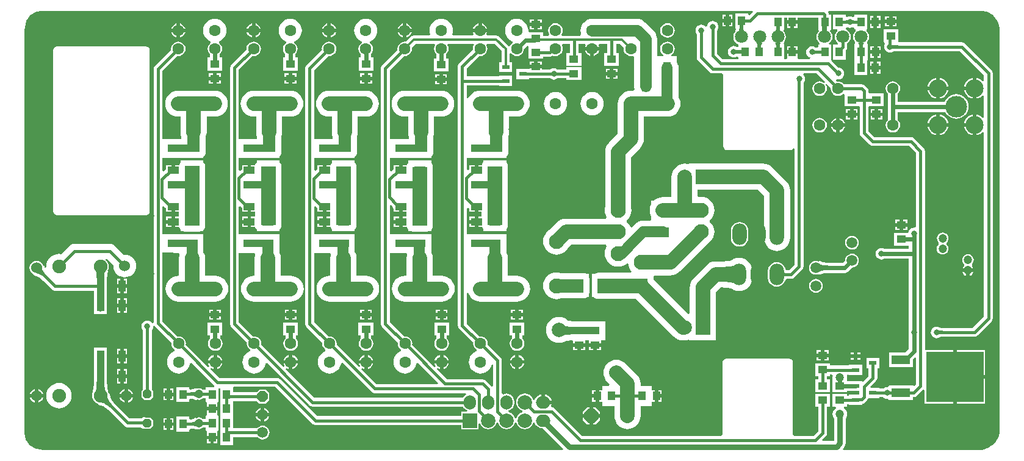
<source format=gbl>
G04*
G04 #@! TF.GenerationSoftware,Altium Limited,Altium Designer,21.2.1 (34)*
G04*
G04 Layer_Physical_Order=2*
G04 Layer_Color=1930808*
%FSLAX25Y25*%
%MOIN*%
G70*
G04*
G04 #@! TF.SameCoordinates,AD134648-67B5-4B84-B7A5-465A691CB966*
G04*
G04*
G04 #@! TF.FilePolarity,Positive*
G04*
G01*
G75*
%ADD16C,0.01181*%
%ADD17C,0.03150*%
%ADD45R,0.03937X0.04921*%
%ADD47R,0.04921X0.03937*%
%ADD51R,0.06299X0.03937*%
%ADD54C,0.01575*%
%ADD55C,0.02362*%
%ADD56C,0.05906*%
%ADD57C,0.07874*%
%ADD58C,0.03937*%
%ADD62C,0.06299*%
%ADD63R,0.07874X0.07874*%
%ADD64O,0.07874X0.06693*%
%ADD65O,0.06693X0.07874*%
%ADD66C,0.07874*%
%ADD67C,0.04724*%
%ADD68C,0.07480*%
%ADD69C,0.06000*%
%ADD70P,0.05114X8X22.5*%
%ADD71P,0.06392X8X292.5*%
%ADD72C,0.05906*%
%ADD73C,0.08268*%
%ADD74C,0.19685*%
%ADD75C,0.07087*%
%ADD76P,0.08523X8X22.5*%
%ADD77O,0.07874X0.11811*%
%ADD78C,0.09843*%
%ADD79C,0.11811*%
%ADD80C,0.03150*%
%ADD81R,0.03937X0.06299*%
%ADD82R,0.03937X0.02362*%
%ADD83R,0.09843X0.04724*%
%ADD84R,0.31496X0.27559*%
%ADD85C,0.06299*%
%ADD86R,0.07087X0.14567*%
%ADD87R,0.07972X0.32579*%
%ADD88R,0.07972X0.32480*%
%ADD89R,0.07972X0.32185*%
%ADD90R,0.07972X0.32284*%
%ADD91R,0.05118X0.05807*%
%ADD92R,0.16043X0.07480*%
%ADD93R,0.27264X0.07874*%
G36*
X13287Y242087D02*
X81595Y242087D01*
X399464Y242087D01*
X399765Y241360D01*
X398031Y239627D01*
X397244Y239953D01*
Y240748D01*
X390158D01*
Y232677D01*
X390158D01*
X390222Y232577D01*
X390454Y231890D01*
X390424Y231845D01*
X390270Y231652D01*
X390251Y231587D01*
X390214Y231531D01*
X390165Y231288D01*
X390097Y231049D01*
X390105Y230982D01*
X390092Y230916D01*
X390140Y230673D01*
X390146Y230623D01*
X389698Y230038D01*
X389261Y228985D01*
X389112Y227854D01*
X389261Y226724D01*
X389698Y225670D01*
X390392Y224766D01*
X391296Y224072D01*
X391358Y224046D01*
X391929Y223524D01*
Y222700D01*
X391537Y222402D01*
X391142Y222296D01*
X390958Y222436D01*
X390192Y222754D01*
X389370Y222862D01*
X388548Y222754D01*
X387782Y222436D01*
X387124Y221931D01*
X386619Y221273D01*
X386301Y220507D01*
X386193Y219685D01*
X386301Y218863D01*
X386619Y218097D01*
X387124Y217439D01*
X387782Y216934D01*
X388548Y216617D01*
X389370Y216508D01*
X390192Y216617D01*
X390958Y216934D01*
X391142Y217074D01*
X391555Y216974D01*
X391929Y216623D01*
Y215696D01*
X383183D01*
X380239Y218640D01*
Y231267D01*
X380582Y231713D01*
X380899Y232480D01*
X381007Y233302D01*
X380899Y234124D01*
X380582Y234890D01*
X380077Y235548D01*
X379419Y236053D01*
X378653Y236370D01*
X377830Y236478D01*
X377008Y236370D01*
X376242Y236053D01*
X375584Y235548D01*
X375079Y234890D01*
X374762Y234124D01*
X374703Y233679D01*
X373880Y233458D01*
X373813Y233545D01*
X373155Y234050D01*
X372389Y234368D01*
X371567Y234476D01*
X370745Y234368D01*
X369979Y234050D01*
X369321Y233545D01*
X368816Y232888D01*
X368498Y232121D01*
X368390Y231299D01*
X368498Y230477D01*
X368816Y229711D01*
X369159Y229264D01*
Y216622D01*
X369342Y215700D01*
X369864Y214919D01*
X376151Y208632D01*
X376933Y208109D01*
X377854Y207926D01*
X382993D01*
X383506Y207403D01*
X383623Y207139D01*
Y167913D01*
X383776Y167145D01*
X384211Y166494D01*
X384862Y166059D01*
X385630Y165906D01*
X420079D01*
X420847Y166059D01*
X421498Y166494D01*
X421804Y166952D01*
X422591Y166727D01*
Y103360D01*
X419573Y100341D01*
X418083D01*
X417990Y100452D01*
X417863Y100643D01*
X417791Y100691D01*
X417736Y100757D01*
X417533Y100864D01*
X417424Y100936D01*
X417398Y101135D01*
X416922Y102284D01*
X416165Y103271D01*
X415178Y104028D01*
X414029Y104504D01*
X412795Y104667D01*
X411562Y104504D01*
X410413Y104028D01*
X409426Y103271D01*
X408669Y102284D01*
X408192Y101135D01*
X408030Y99902D01*
Y95965D01*
X408192Y94731D01*
X408669Y93582D01*
X409426Y92595D01*
X410413Y91838D01*
X411562Y91362D01*
X412795Y91199D01*
X414029Y91362D01*
X415178Y91838D01*
X416165Y92595D01*
X416922Y93582D01*
X417398Y94731D01*
X417424Y94930D01*
X417533Y95003D01*
X417736Y95109D01*
X417791Y95175D01*
X417863Y95223D01*
X417990Y95414D01*
X418083Y95525D01*
X420571D01*
X421493Y95708D01*
X422274Y96230D01*
X426703Y100659D01*
X427225Y101441D01*
X427409Y102362D01*
Y201479D01*
X427444Y202256D01*
X427502Y202830D01*
X427513Y202894D01*
X427850Y203333D01*
X428167Y204099D01*
X428275Y204921D01*
X428167Y205744D01*
X427850Y206510D01*
X427367Y207139D01*
X427387Y207273D01*
X427650Y207926D01*
X434455D01*
X439068Y203314D01*
X438547Y202720D01*
X438227Y202966D01*
X437269Y203363D01*
X436241Y203499D01*
X435213Y203363D01*
X434256Y202966D01*
X433433Y202336D01*
X432802Y201513D01*
X432406Y200555D01*
X432270Y199528D01*
X432406Y198500D01*
X432802Y197542D01*
X433433Y196720D01*
X434256Y196089D01*
X435213Y195692D01*
X436241Y195557D01*
X437269Y195692D01*
X438227Y196089D01*
X439049Y196720D01*
X439680Y197542D01*
X440077Y198500D01*
X440212Y199528D01*
X440077Y200555D01*
X439680Y201513D01*
X439434Y201834D01*
X440027Y202354D01*
X442355Y200027D01*
X442289Y199528D01*
X442424Y198500D01*
X442821Y197542D01*
X443452Y196720D01*
X444274Y196089D01*
X445232Y195692D01*
X446260Y195557D01*
X447288Y195692D01*
X448245Y196089D01*
X448970Y196644D01*
X449359Y196553D01*
X449757Y196325D01*
Y189803D01*
X457828D01*
X458149Y189148D01*
Y175368D01*
X458332Y174446D01*
X458854Y173665D01*
X463651Y168868D01*
X464433Y168346D01*
X465354Y168162D01*
X485223D01*
X488930Y164455D01*
Y124122D01*
X488143Y123525D01*
X487795Y123571D01*
X486973Y123462D01*
X486207Y123145D01*
X485549Y122640D01*
X485044Y121982D01*
X484727Y121216D01*
X484668Y120768D01*
X476870D01*
Y113681D01*
X484941D01*
X485016Y112925D01*
Y112032D01*
X471500D01*
X470802Y112320D01*
X469980Y112429D01*
X469158Y112320D01*
X468392Y112003D01*
X467734Y111498D01*
X467229Y110840D01*
X466912Y110074D01*
X466804Y109252D01*
X466912Y108430D01*
X467229Y107664D01*
X467734Y107006D01*
X468392Y106501D01*
X469158Y106183D01*
X469980Y106075D01*
X470802Y106183D01*
X471500Y106472D01*
X485016D01*
Y67522D01*
X484825Y67062D01*
X484717Y66240D01*
X484825Y65418D01*
X485016Y64958D01*
Y57254D01*
X483037Y55276D01*
X474114D01*
Y47402D01*
X487106D01*
Y51482D01*
X488203Y52579D01*
X488930Y52277D01*
Y38006D01*
X487834Y36909D01*
X487106Y37210D01*
Y37244D01*
X474114D01*
Y36984D01*
X473327Y36320D01*
X473130Y36346D01*
X472308Y36238D01*
X471542Y35921D01*
X471223Y35676D01*
X468868D01*
Y35925D01*
X464277D01*
X463976Y36653D01*
X467027Y39704D01*
X467550Y40485D01*
X467733Y41407D01*
Y46752D01*
X468868D01*
Y52264D01*
X461781D01*
Y46752D01*
X462916D01*
Y42405D01*
X459955Y39443D01*
X459419Y39665D01*
Y39665D01*
X456056D01*
X455875Y39689D01*
X451308D01*
Y40650D01*
X451308Y40650D01*
X451308D01*
X451235Y41437D01*
X451274Y41730D01*
X451163Y42572D01*
X451545Y43213D01*
X452332Y43120D01*
Y43012D01*
X459419D01*
Y48524D01*
X452332D01*
Y48176D01*
X441907D01*
Y49409D01*
X433836D01*
Y42323D01*
X435463D01*
Y40650D01*
X433836D01*
Y33563D01*
X441907D01*
Y40650D01*
X440280D01*
Y42323D01*
X441907D01*
Y43359D01*
X442975D01*
X443443Y42572D01*
X443332Y41730D01*
X443371Y41437D01*
X443237Y40650D01*
X443237D01*
Y33563D01*
X451308D01*
Y34130D01*
X455875D01*
X456056Y34154D01*
X458025D01*
Y32185D01*
X452332D01*
Y31641D01*
X451308D01*
Y32776D01*
X443237D01*
Y25689D01*
X445009D01*
X445215Y25208D01*
X445229Y24902D01*
X444495Y24338D01*
X443864Y23516D01*
X443468Y22558D01*
X443332Y21530D01*
X443468Y20503D01*
X443864Y19545D01*
X444096Y19243D01*
Y6906D01*
X438014D01*
X437712Y7633D01*
X439574Y9495D01*
X440096Y10276D01*
X440280Y11198D01*
Y25689D01*
X441907D01*
Y32776D01*
X433836D01*
Y25689D01*
X435463D01*
Y12196D01*
X432959Y9692D01*
X422328D01*
X421682Y10479D01*
X421692Y10531D01*
Y49902D01*
X421539Y50670D01*
X421104Y51321D01*
X420453Y51756D01*
X419685Y51909D01*
X385236D01*
X384468Y51756D01*
X383817Y51321D01*
X383382Y50670D01*
X383229Y49902D01*
Y10531D01*
X383240Y10479D01*
X382593Y9692D01*
X306706D01*
X291664Y24735D01*
X290882Y25257D01*
X289961Y25440D01*
X289861D01*
X289502Y26227D01*
X289834Y27031D01*
X289847Y27126D01*
X285216D01*
Y28110D01*
X284232D01*
Y32228D01*
X283547Y32138D01*
X282541Y31721D01*
X281678Y31058D01*
X281015Y30195D01*
X280625Y29254D01*
X280557Y29227D01*
X279819Y29344D01*
X279343Y30493D01*
X278586Y31480D01*
X277599Y32237D01*
X276450Y32713D01*
X275217Y32875D01*
X273983Y32713D01*
X272834Y32237D01*
X271847Y31480D01*
X271090Y30493D01*
X270614Y29344D01*
X270451Y28110D01*
X270614Y26877D01*
X271090Y25728D01*
X271847Y24741D01*
X272834Y23983D01*
X273983Y23507D01*
X273984Y23507D01*
Y22713D01*
X273983Y22713D01*
X272834Y22237D01*
X271847Y21480D01*
X271090Y20493D01*
X270614Y19344D01*
X270614Y19343D01*
X269819D01*
X269819Y19344D01*
X269343Y20493D01*
X268586Y21480D01*
X267599Y22237D01*
X266450Y22713D01*
X266333Y23451D01*
X266360Y23519D01*
X267301Y23909D01*
X268165Y24571D01*
X268827Y25435D01*
X269244Y26441D01*
X269386Y27520D01*
Y28701D01*
X269244Y29780D01*
X268827Y30786D01*
X268165Y31649D01*
X267301Y32312D01*
X266296Y32728D01*
X265216Y32870D01*
X264137Y32728D01*
X263491Y32461D01*
X262704Y32912D01*
Y50813D01*
X262520Y51735D01*
X261998Y52516D01*
X254876Y59639D01*
X254941Y60138D01*
X254806Y61166D01*
X254409Y62123D01*
X253778Y62946D01*
X252956Y63577D01*
X251998Y63973D01*
X250970Y64109D01*
X250471Y64043D01*
X243452Y71062D01*
Y87779D01*
X244239Y87896D01*
X244392Y87394D01*
X245050Y86163D01*
X245935Y85084D01*
X247014Y84198D01*
X248245Y83540D01*
X249581Y83135D01*
X250970Y82998D01*
X270970D01*
X272360Y83135D01*
X273695Y83540D01*
X274927Y84198D01*
X276006Y85084D01*
X276891Y86163D01*
X277549Y87394D01*
X277955Y88730D01*
X278091Y90119D01*
X277955Y91508D01*
X277549Y92844D01*
X276891Y94075D01*
X276006Y95154D01*
X274927Y96040D01*
X273695Y96698D01*
X272360Y97103D01*
X270970Y97240D01*
X265915D01*
Y106849D01*
X265778Y108238D01*
X265372Y109573D01*
X265158Y109976D01*
Y120016D01*
X259194D01*
X258858Y120060D01*
X248917D01*
X248582Y120016D01*
X243452D01*
Y134058D01*
X244239Y134635D01*
X244370Y134593D01*
X244892Y133812D01*
X244980Y133753D01*
Y132234D01*
X247933D01*
Y134990D01*
X249902D01*
Y132234D01*
X251646D01*
Y129464D01*
X249902D01*
Y126708D01*
Y123952D01*
X251766D01*
X252072Y123215D01*
X252559Y122580D01*
Y121590D01*
X265158D01*
Y122708D01*
X265546Y123215D01*
X265864Y123981D01*
X265972Y124803D01*
Y157283D01*
X265864Y158106D01*
X265546Y158872D01*
X265158Y159379D01*
Y160138D01*
X264135D01*
X263617Y160352D01*
X262795Y160460D01*
X254823D01*
X254001Y160352D01*
X253483Y160138D01*
X252559D01*
Y159507D01*
X252072Y158872D01*
X251754Y158106D01*
X251711Y157776D01*
X249902D01*
Y155020D01*
X247933D01*
Y157776D01*
X244980D01*
Y155670D01*
X244179Y154869D01*
X243452Y155170D01*
Y161713D01*
X249210D01*
X249243Y161708D01*
X259184D01*
X259217Y161713D01*
X265158D01*
Y162494D01*
X265368Y162656D01*
X265873Y163314D01*
X266190Y164080D01*
X266298Y164902D01*
Y173453D01*
X266543Y174262D01*
X266680Y175651D01*
Y184178D01*
X270774D01*
X272163Y184315D01*
X273499Y184720D01*
X274730Y185378D01*
X275809Y186264D01*
X276694Y187343D01*
X277352Y188574D01*
X277758Y189910D01*
X277894Y191299D01*
X277758Y192688D01*
X277352Y194024D01*
X276694Y195255D01*
X275809Y196335D01*
X274730Y197220D01*
X273499Y197878D01*
X272163Y198283D01*
X270774Y198420D01*
X250774D01*
X249384Y198283D01*
X248048Y197878D01*
X246817Y197220D01*
X245738Y196335D01*
X244853Y195255D01*
X244581Y194746D01*
X243542Y194454D01*
X243452Y194507D01*
Y201379D01*
X261176D01*
Y201032D01*
X268263D01*
Y206544D01*
X261176D01*
Y206196D01*
X243452D01*
Y210553D01*
X250274Y217375D01*
X250774Y217309D01*
X251801Y217445D01*
X252759Y217842D01*
X253582Y218473D01*
X254212Y219295D01*
X254609Y220253D01*
X254745Y221281D01*
X254609Y222308D01*
X254212Y223266D01*
X254136Y223366D01*
X254484Y224072D01*
X258731D01*
X262512Y220291D01*
Y214024D01*
X261176D01*
Y208512D01*
X268263D01*
Y214024D01*
X266927D01*
Y218532D01*
X267715Y218800D01*
X267966Y218473D01*
X268788Y217842D01*
X269746Y217445D01*
X270774Y217309D01*
X271801Y217445D01*
X272759Y217842D01*
X273582Y218473D01*
X274213Y219295D01*
X274609Y220253D01*
X274745Y221281D01*
X274740Y221316D01*
X276389Y222965D01*
X277176Y222638D01*
Y215880D01*
X285247D01*
Y217015D01*
X288833D01*
X289754Y217198D01*
X290437Y217654D01*
X290941Y217445D01*
X291969Y217309D01*
X292996Y217445D01*
X293954Y217842D01*
X294777Y218473D01*
X295408Y219295D01*
X295804Y220253D01*
X295939Y221281D01*
X295804Y222308D01*
X295441Y223186D01*
X295654Y223769D01*
X295755Y223973D01*
X299757D01*
Y219111D01*
X297988D01*
Y212025D01*
X306059D01*
Y219111D01*
X304574D01*
Y223973D01*
X308182D01*
X308283Y223769D01*
X308496Y223186D01*
X308133Y222308D01*
X308127Y222265D01*
X311969D01*
X315810D01*
X315804Y222308D01*
X315441Y223186D01*
X315654Y223769D01*
X315755Y223973D01*
X320243D01*
Y219111D01*
X318616D01*
Y212025D01*
X326687D01*
Y219111D01*
X325060D01*
Y223973D01*
X327305D01*
X329248Y222030D01*
X329149Y221281D01*
X329284Y220253D01*
X329681Y219295D01*
X330312Y218473D01*
X331134Y217842D01*
X332092Y217445D01*
X333120Y217310D01*
X334025Y217429D01*
X334431Y217266D01*
X334812Y217011D01*
Y210831D01*
Y201083D01*
X334934Y199848D01*
X335128Y199208D01*
X334550Y198420D01*
X333120D01*
X331731Y198283D01*
X330395Y197878D01*
X329164Y197220D01*
X328085Y196335D01*
X327199Y195255D01*
X326541Y194024D01*
X326136Y192689D01*
X325999Y191299D01*
Y174947D01*
X321146Y170094D01*
X320260Y169015D01*
X319602Y167784D01*
X319197Y166448D01*
X319129Y165754D01*
X319060Y165059D01*
Y134687D01*
X319003Y134499D01*
X318862Y133071D01*
X319003Y131643D01*
X319420Y130270D01*
X320008Y129168D01*
X319710Y128381D01*
X297736D01*
X297042Y128312D01*
X296347Y128244D01*
X295011Y127839D01*
X293780Y127181D01*
X292701Y126295D01*
X288627Y122221D01*
X288454Y122129D01*
X287345Y121218D01*
X286434Y120109D01*
X285758Y118844D01*
X285342Y117471D01*
X285201Y116043D01*
X285342Y114615D01*
X285758Y113243D01*
X286434Y111977D01*
X287345Y110868D01*
X288454Y109958D01*
X289719Y109282D01*
X291092Y108865D01*
X292520Y108725D01*
X293948Y108865D01*
X295321Y109282D01*
X296586Y109958D01*
X297695Y110868D01*
X298605Y111977D01*
X298698Y112151D01*
X300686Y114139D01*
X319709D01*
X320008Y113352D01*
X319420Y112250D01*
X319003Y110877D01*
X318862Y109449D01*
X319003Y108021D01*
X319420Y106648D01*
X320096Y105383D01*
X321006Y104274D01*
X322115Y103364D01*
X323380Y102687D01*
X324753Y102271D01*
X326181Y102130D01*
X327609Y102271D01*
X328982Y102687D01*
X330247Y103364D01*
X330926Y103921D01*
X331338Y103831D01*
X331758Y103513D01*
X331798Y103100D01*
X332215Y101727D01*
X332891Y100461D01*
X333571Y99634D01*
X333206Y98846D01*
X315059D01*
X314237Y98738D01*
X313471Y98421D01*
X313220Y98228D01*
X311910D01*
Y95876D01*
X311882Y95669D01*
Y87795D01*
X311910Y87589D01*
Y85630D01*
X312751D01*
X312813Y85549D01*
X313471Y85044D01*
X314237Y84727D01*
X315059Y84619D01*
X336020D01*
X356677Y63961D01*
X357756Y63075D01*
X358988Y62417D01*
X360323Y62012D01*
X361713Y61875D01*
X362217D01*
X362335Y61887D01*
X362453Y61875D01*
X363842Y62012D01*
X364579Y62235D01*
X365366Y61909D01*
Y61909D01*
X372105D01*
X372453Y61875D01*
X372801Y61909D01*
X379539D01*
Y68648D01*
X379574Y68996D01*
Y88007D01*
X382374Y90807D01*
X382408Y90807D01*
X384783Y90708D01*
X386635Y90519D01*
X387285Y90408D01*
X387797Y90289D01*
X388118Y90186D01*
X388219Y90141D01*
X388366Y90044D01*
X388367Y90044D01*
X388367Y90043D01*
X388385Y90032D01*
X388429Y90010D01*
X388478Y89985D01*
X388543Y89934D01*
X388670Y89881D01*
X389598Y89386D01*
X390934Y88981D01*
X392323Y88844D01*
X393712Y88981D01*
X395048Y89386D01*
X396279Y90044D01*
X397358Y90929D01*
X398244Y92008D01*
X398902Y93239D01*
X399307Y94575D01*
X399444Y95965D01*
Y99902D01*
X399307Y101291D01*
X398902Y102627D01*
X398244Y103858D01*
X397358Y104937D01*
X396279Y105822D01*
X395048Y106480D01*
X393712Y106886D01*
X392323Y107023D01*
X390934Y106886D01*
X389598Y106480D01*
X388670Y105985D01*
X388543Y105932D01*
X388478Y105882D01*
X388429Y105856D01*
X388385Y105834D01*
X388367Y105823D01*
X388367Y105822D01*
X388366Y105822D01*
X388219Y105725D01*
X388118Y105680D01*
X387797Y105577D01*
X387285Y105458D01*
X386687Y105356D01*
X382365Y105059D01*
X381816Y105054D01*
X379429D01*
X378040Y104917D01*
X376704Y104512D01*
X375473Y103854D01*
X374394Y102968D01*
X367418Y95992D01*
X366532Y94913D01*
X365874Y93682D01*
X365469Y92346D01*
X365400Y91651D01*
X365332Y90957D01*
Y76561D01*
X364545Y76235D01*
X345500Y95280D01*
Y95669D01*
X345391Y96491D01*
X345339Y96619D01*
X345865Y97407D01*
X354724D01*
X355419Y97475D01*
X356114Y97544D01*
X357450Y97949D01*
X358681Y98607D01*
X359760Y99492D01*
X375349Y115082D01*
X375523Y115175D01*
X376632Y116085D01*
X377542Y117194D01*
X378218Y118459D01*
X378635Y119832D01*
X378775Y121260D01*
X378635Y122688D01*
X378218Y124061D01*
X377542Y125326D01*
X376632Y126435D01*
X376222Y126772D01*
Y127559D01*
X376632Y127896D01*
X377542Y129005D01*
X378218Y130270D01*
X378635Y131643D01*
X378775Y133071D01*
X378635Y134499D01*
X378218Y135872D01*
X377542Y137137D01*
X376632Y138246D01*
X375523Y139156D01*
X374257Y139832D01*
X372884Y140249D01*
X371457Y140390D01*
X370361Y140282D01*
X369683Y140754D01*
X369574Y140914D01*
Y144291D01*
X372105D01*
X372453Y144257D01*
X402661D01*
X405859Y141058D01*
Y121850D01*
Y117913D01*
X405996Y116524D01*
X406401Y115188D01*
X407059Y113957D01*
X407945Y112878D01*
X409024Y111993D01*
X410255Y111335D01*
X411591Y110929D01*
X412980Y110793D01*
X414369Y110929D01*
X415705Y111335D01*
X416936Y111993D01*
X418015Y112878D01*
X418901Y113957D01*
X419559Y115188D01*
X419964Y116524D01*
X420101Y117913D01*
Y121850D01*
Y144008D01*
X419964Y145397D01*
X419559Y146733D01*
X418901Y147964D01*
X418015Y149043D01*
X410645Y156413D01*
X409566Y157299D01*
X408335Y157957D01*
X406999Y158362D01*
X406305Y158430D01*
X405610Y158499D01*
X372453D01*
X372105Y158465D01*
X365366D01*
Y158465D01*
X364579Y158139D01*
X363842Y158362D01*
X362453Y158499D01*
X361064Y158362D01*
X359728Y157957D01*
X358497Y157299D01*
X357417Y156413D01*
X356532Y155334D01*
X355874Y154103D01*
X355469Y152767D01*
X355332Y151378D01*
Y140192D01*
X350590D01*
X349201Y140055D01*
X347866Y139650D01*
X346634Y138992D01*
X345656Y138189D01*
X344291D01*
Y136319D01*
X344012Y135796D01*
X343606Y134460D01*
X343470Y133071D01*
X343606Y131682D01*
X344012Y130346D01*
X344291Y129823D01*
Y127953D01*
X343983Y127293D01*
X339862D01*
X338666Y127175D01*
X337516Y126827D01*
X336455Y126260D01*
X335526Y125497D01*
X333751Y123722D01*
X332987Y123914D01*
X332943Y124061D01*
X332266Y125326D01*
X331356Y126435D01*
X330946Y126772D01*
Y127559D01*
X331356Y127896D01*
X332266Y129005D01*
X332943Y130270D01*
X333359Y131643D01*
X333500Y133071D01*
X333359Y134499D01*
X333302Y134687D01*
Y162109D01*
X338155Y166963D01*
X339041Y168042D01*
X339699Y169273D01*
X340104Y170609D01*
X340241Y171998D01*
Y184178D01*
X353120D01*
X354509Y184315D01*
X355845Y184720D01*
X357076Y185378D01*
X358155Y186264D01*
X359041Y187343D01*
X359699Y188574D01*
X360104Y189910D01*
X360241Y191299D01*
X360104Y192689D01*
X359699Y194024D01*
X359176Y195001D01*
Y210739D01*
X359059Y211935D01*
X358710Y213085D01*
X358143Y214145D01*
X358071Y214233D01*
Y217130D01*
X355422D01*
X355229Y217564D01*
X355204Y217917D01*
X355928Y218473D01*
X356559Y219295D01*
X356956Y220253D01*
X357091Y221281D01*
X356956Y222308D01*
X356559Y223266D01*
X355928Y224089D01*
X355105Y224720D01*
X354148Y225116D01*
X353120Y225252D01*
X352092Y225116D01*
X351134Y224720D01*
X350312Y224089D01*
X349681Y223266D01*
X349284Y222308D01*
X349149Y221281D01*
X349284Y220253D01*
X349681Y219295D01*
X350312Y218473D01*
X351036Y217917D01*
X351011Y217564D01*
X350817Y217130D01*
X347835D01*
X347471Y217767D01*
Y226687D01*
X347350Y227922D01*
X346990Y229109D01*
X346405Y230203D01*
X345618Y231163D01*
X341005Y235775D01*
X340046Y236562D01*
X338951Y237147D01*
X337764Y237507D01*
X336529Y237629D01*
X311969D01*
X310734Y237507D01*
X309546Y237147D01*
X308452Y236562D01*
X307493Y235775D01*
X307493Y235775D01*
X306706Y234816D01*
X306121Y233721D01*
X305761Y232534D01*
X305639Y231299D01*
X305761Y230064D01*
X306030Y229176D01*
X305652Y228515D01*
X305489Y228389D01*
X295690D01*
X295302Y229176D01*
X295408Y229314D01*
X295804Y230271D01*
X295939Y231299D01*
X295804Y232327D01*
X295408Y233285D01*
X294777Y234107D01*
X293954Y234738D01*
X292996Y235135D01*
X291969Y235270D01*
X290941Y235135D01*
X289983Y234738D01*
X289161Y234107D01*
X288530Y233285D01*
X288133Y232327D01*
X287998Y231299D01*
X288133Y230271D01*
X288530Y229314D01*
X288635Y229176D01*
X288247Y228389D01*
X285247D01*
Y230354D01*
X277801D01*
X277084Y231103D01*
X277103Y231299D01*
X276982Y232534D01*
X276621Y233721D01*
X276037Y234816D01*
X275249Y235775D01*
X274290Y236562D01*
X273196Y237147D01*
X272008Y237507D01*
X270774Y237629D01*
X269539Y237507D01*
X268351Y237147D01*
X267257Y236562D01*
X266298Y235775D01*
X265511Y234816D01*
X264926Y233721D01*
X264565Y232534D01*
X264444Y231299D01*
X264565Y230064D01*
X264926Y228877D01*
X265511Y227783D01*
X266298Y226823D01*
X267257Y226036D01*
X268351Y225451D01*
X268459Y225419D01*
X268528Y225271D01*
X268579Y224559D01*
X267966Y224088D01*
X267335Y223266D01*
X267166Y222859D01*
X266281Y222767D01*
X261207Y227841D01*
X260490Y228319D01*
X259646Y228487D01*
X254571D01*
X254183Y229275D01*
X254212Y229314D01*
X254609Y230272D01*
X254615Y230315D01*
X250774D01*
X246932D01*
X246938Y230272D01*
X247335Y229314D01*
X247365Y229275D01*
X246976Y228487D01*
X236022D01*
X235522Y229275D01*
X235761Y230064D01*
X235883Y231299D01*
X235761Y232534D01*
X235401Y233721D01*
X234816Y234816D01*
X234029Y235775D01*
X233070Y236562D01*
X231975Y237147D01*
X230788Y237507D01*
X229553Y237629D01*
X228318Y237507D01*
X227131Y237147D01*
X226037Y236562D01*
X225077Y235775D01*
X224290Y234816D01*
X223705Y233721D01*
X223345Y232534D01*
X223223Y231299D01*
X223345Y230064D01*
X223585Y229275D01*
X223084Y228487D01*
X214552D01*
X213707Y228319D01*
X212991Y227841D01*
X210303Y225153D01*
X209553Y225252D01*
X208525Y225116D01*
X207568Y224720D01*
X206745Y224088D01*
X206114Y223266D01*
X205717Y222308D01*
X205582Y221281D01*
X205648Y220781D01*
X197313Y212446D01*
X196791Y211665D01*
X196607Y210743D01*
Y70872D01*
X196791Y69950D01*
X197313Y69169D01*
X205845Y60637D01*
X205779Y60138D01*
X205914Y59110D01*
X206311Y58152D01*
X206942Y57330D01*
X207556Y56859D01*
X207505Y56147D01*
X207435Y55999D01*
X207328Y55967D01*
X206233Y55382D01*
X205274Y54595D01*
X204487Y53636D01*
X203902Y52541D01*
X203542Y51354D01*
X203420Y50119D01*
X203542Y48884D01*
X203902Y47697D01*
X204487Y46602D01*
X205274Y45643D01*
X206233Y44856D01*
X207328Y44271D01*
X208515Y43911D01*
X209750Y43789D01*
X210985Y43911D01*
X212172Y44271D01*
X213267Y44856D01*
X214226Y45643D01*
X215013Y46602D01*
X215598Y47697D01*
X215958Y48884D01*
X216005Y49363D01*
X216825Y49656D01*
X227814Y38668D01*
X227513Y37940D01*
X194133D01*
X185864Y46209D01*
X186384Y46803D01*
X186544Y46680D01*
X187502Y46283D01*
X187545Y46278D01*
Y49135D01*
X184688D01*
X184694Y49091D01*
X185091Y48134D01*
X185213Y47974D01*
X184620Y47453D01*
X172435Y59639D01*
X172501Y60138D01*
X172365Y61166D01*
X171968Y62123D01*
X171337Y62946D01*
X170515Y63577D01*
X169557Y63973D01*
X168529Y64109D01*
X168030Y64043D01*
X160086Y71988D01*
Y109779D01*
X165806D01*
X166142Y109735D01*
X168796D01*
X169380Y108948D01*
X169165Y108238D01*
X169028Y106849D01*
Y97240D01*
X168529D01*
X167140Y97103D01*
X165805Y96698D01*
X164573Y96040D01*
X163494Y95154D01*
X162609Y94075D01*
X161951Y92844D01*
X161545Y91508D01*
X161409Y90119D01*
X161545Y88730D01*
X161951Y87394D01*
X162609Y86163D01*
X163494Y85084D01*
X164573Y84198D01*
X165805Y83540D01*
X167140Y83135D01*
X168529Y82998D01*
X188530D01*
X189919Y83135D01*
X191255Y83540D01*
X192486Y84198D01*
X193565Y85084D01*
X194450Y86163D01*
X195108Y87394D01*
X195514Y88730D01*
X195650Y90119D01*
X195514Y91508D01*
X195108Y92844D01*
X194450Y94075D01*
X193565Y95154D01*
X192486Y96040D01*
X191255Y96698D01*
X189919Y97103D01*
X188530Y97240D01*
X183270D01*
Y106849D01*
X183133Y108238D01*
X182728Y109573D01*
X182382Y110221D01*
Y119980D01*
X176685D01*
X176083Y120060D01*
X166142D01*
X165806Y120016D01*
X160086D01*
Y135037D01*
X160813Y135338D01*
X161253Y134898D01*
X161751Y134153D01*
X161811Y134113D01*
Y132234D01*
X164764D01*
Y134990D01*
X166732D01*
Y132234D01*
X168969D01*
Y129464D01*
X166732D01*
Y126708D01*
Y123952D01*
X169068D01*
X169077Y123882D01*
X169395Y123116D01*
X169783Y122609D01*
Y121555D01*
X171939D01*
X172146Y121528D01*
X180118D01*
X180325Y121555D01*
X182382D01*
Y122481D01*
X182869Y123116D01*
X183187Y123882D01*
X183295Y124705D01*
Y156890D01*
X183187Y157712D01*
X182869Y158478D01*
X182382Y159113D01*
Y160138D01*
X176418D01*
X176083Y160182D01*
X175747Y160138D01*
X169783D01*
Y158985D01*
X169395Y158478D01*
X169104Y157776D01*
X166732D01*
Y155020D01*
X164764D01*
Y157776D01*
X161811D01*
Y155670D01*
X160813Y154672D01*
X160086Y154973D01*
Y161713D01*
X166533D01*
X166566Y161708D01*
X176507D01*
X176540Y161713D01*
X182382D01*
Y162419D01*
X182691Y162656D01*
X183195Y163314D01*
X183513Y164080D01*
X183621Y164902D01*
Y173346D01*
X183899Y174262D01*
X184035Y175651D01*
Y184178D01*
X188333D01*
X189722Y184315D01*
X191058Y184720D01*
X192289Y185378D01*
X193368Y186264D01*
X194254Y187343D01*
X194912Y188574D01*
X195317Y189910D01*
X195454Y191299D01*
X195317Y192688D01*
X194912Y194024D01*
X194254Y195255D01*
X193368Y196335D01*
X192289Y197220D01*
X191058Y197878D01*
X189722Y198283D01*
X188333Y198420D01*
X168333D01*
X166944Y198283D01*
X165608Y197878D01*
X164376Y197220D01*
X163297Y196335D01*
X162412Y195255D01*
X161754Y194024D01*
X161349Y192688D01*
X161212Y191299D01*
X161349Y189910D01*
X161754Y188574D01*
X162412Y187343D01*
X163297Y186264D01*
X164376Y185378D01*
X165608Y184720D01*
X166944Y184315D01*
X168333Y184178D01*
X169794D01*
Y175651D01*
X169930Y174262D01*
X170181Y173437D01*
Y172033D01*
X166566D01*
X165928Y171949D01*
X160086D01*
Y209627D01*
X167833Y217375D01*
X168333Y217309D01*
X169360Y217445D01*
X170318Y217842D01*
X171141Y218473D01*
X171772Y219295D01*
X172168Y220253D01*
X172304Y221281D01*
X172168Y222308D01*
X171772Y223266D01*
X171141Y224088D01*
X170318Y224720D01*
X169360Y225116D01*
X168333Y225252D01*
X167305Y225116D01*
X166347Y224720D01*
X165525Y224088D01*
X164894Y223266D01*
X164497Y222308D01*
X164362Y221281D01*
X164427Y220781D01*
X155974Y212328D01*
X155452Y211547D01*
X155269Y210625D01*
Y70990D01*
X155452Y70068D01*
X155974Y69287D01*
X164624Y60637D01*
X164558Y60138D01*
X164694Y59110D01*
X165091Y58152D01*
X165722Y57330D01*
X166335Y56859D01*
X166284Y56147D01*
X166215Y55999D01*
X166107Y55967D01*
X165013Y55382D01*
X164054Y54595D01*
X163267Y53636D01*
X162682Y52541D01*
X162321Y51354D01*
X162200Y50119D01*
X162321Y48884D01*
X162682Y47697D01*
X163267Y46602D01*
X164054Y45643D01*
X165013Y44856D01*
X166107Y44271D01*
X167295Y43911D01*
X168529Y43789D01*
X169764Y43911D01*
X170952Y44271D01*
X172046Y44856D01*
X173005Y45643D01*
X173793Y46602D01*
X174377Y47697D01*
X174738Y48884D01*
X174785Y49363D01*
X175605Y49656D01*
X191433Y33828D01*
X192214Y33306D01*
X193136Y33123D01*
X243033D01*
X243190Y32336D01*
X243132Y32312D01*
X242268Y31649D01*
X241606Y30786D01*
X241495Y30519D01*
X160334D01*
X144643Y46209D01*
X145164Y46803D01*
X145324Y46680D01*
X146281Y46283D01*
X146325Y46278D01*
Y49135D01*
X143468D01*
X143473Y49091D01*
X143870Y48134D01*
X143993Y47974D01*
X143400Y47453D01*
X131214Y59639D01*
X131280Y60138D01*
X131145Y61166D01*
X130748Y62123D01*
X130117Y62946D01*
X129295Y63577D01*
X128337Y63973D01*
X127309Y64109D01*
X126810Y64043D01*
X119042Y71811D01*
Y109779D01*
X124665D01*
X125000Y109735D01*
X127391D01*
X127975Y108948D01*
X127760Y108238D01*
X127623Y106848D01*
Y97240D01*
X127309D01*
X125920Y97103D01*
X124584Y96698D01*
X123353Y96040D01*
X122274Y95154D01*
X121388Y94075D01*
X120730Y92844D01*
X120325Y91508D01*
X120188Y90119D01*
X120325Y88730D01*
X120730Y87394D01*
X121388Y86163D01*
X122274Y85084D01*
X123353Y84198D01*
X124584Y83540D01*
X125920Y83135D01*
X127309Y82998D01*
X147309D01*
X148698Y83135D01*
X150034Y83540D01*
X151265Y84198D01*
X152344Y85084D01*
X153230Y86163D01*
X153888Y87394D01*
X154293Y88730D01*
X154430Y90119D01*
X154293Y91508D01*
X153888Y92844D01*
X153230Y94075D01*
X152344Y95154D01*
X151265Y96040D01*
X150034Y96698D01*
X148698Y97103D01*
X147309Y97240D01*
X141865D01*
Y106848D01*
X141728Y108238D01*
X141491Y109020D01*
X141339Y109744D01*
X141339Y109744D01*
Y119980D01*
X135543D01*
X134941Y120060D01*
X125000D01*
X124665Y120016D01*
X119042D01*
Y135037D01*
X119770Y135338D01*
X120768Y134340D01*
Y132234D01*
X123721D01*
Y134990D01*
X125689D01*
Y132234D01*
X127926D01*
Y129464D01*
X125689D01*
Y126708D01*
Y123952D01*
X128025D01*
X128034Y123882D01*
X128351Y123116D01*
X128740Y122609D01*
Y121555D01*
X130895D01*
X131102Y121528D01*
X139075D01*
X139282Y121555D01*
X141339D01*
Y122481D01*
X141826Y123116D01*
X142143Y123882D01*
X142252Y124705D01*
Y157185D01*
X142143Y158007D01*
X141826Y158773D01*
X141339Y159409D01*
Y160138D01*
X140177D01*
X139897Y160254D01*
X139075Y160362D01*
X131102D01*
X130280Y160254D01*
X130001Y160138D01*
X128740D01*
Y159280D01*
X128351Y158773D01*
X128034Y158007D01*
X128003Y157776D01*
X125689D01*
Y155020D01*
X123721D01*
Y157776D01*
X120768D01*
Y155670D01*
X119770Y154672D01*
X119042Y154973D01*
Y161713D01*
X125195D01*
X125228Y161708D01*
X135169D01*
X135201Y161713D01*
X141339D01*
Y162645D01*
X141352Y162656D01*
X141857Y163314D01*
X142174Y164080D01*
X142282Y164902D01*
Y173565D01*
X142494Y174262D01*
X142631Y175651D01*
Y184178D01*
X147112D01*
X148501Y184315D01*
X149837Y184720D01*
X151068Y185378D01*
X152147Y186264D01*
X153033Y187343D01*
X153691Y188574D01*
X154096Y189910D01*
X154233Y191299D01*
X154096Y192688D01*
X153691Y194024D01*
X153033Y195255D01*
X152147Y196335D01*
X151068Y197220D01*
X149837Y197878D01*
X148501Y198283D01*
X147112Y198420D01*
X127112D01*
X125723Y198283D01*
X124387Y197878D01*
X123156Y197220D01*
X122077Y196335D01*
X121191Y195255D01*
X120533Y194024D01*
X120128Y192688D01*
X119991Y191299D01*
X120128Y189910D01*
X120533Y188574D01*
X121191Y187343D01*
X122077Y186264D01*
X123156Y185378D01*
X124387Y184720D01*
X125723Y184315D01*
X127112Y184178D01*
X128389D01*
Y175651D01*
X128526Y174262D01*
X128842Y173218D01*
Y172033D01*
X125228D01*
X124590Y171949D01*
X119042D01*
Y209805D01*
X126613Y217375D01*
X127112Y217309D01*
X128140Y217445D01*
X129098Y217842D01*
X129920Y218473D01*
X130551Y219295D01*
X130948Y220253D01*
X131083Y221281D01*
X130948Y222308D01*
X130551Y223266D01*
X129920Y224088D01*
X129098Y224720D01*
X128140Y225116D01*
X127112Y225252D01*
X126084Y225116D01*
X125127Y224720D01*
X124304Y224088D01*
X123673Y223266D01*
X123277Y222308D01*
X123141Y221281D01*
X123207Y220781D01*
X114931Y212505D01*
X114409Y211724D01*
X114225Y210802D01*
Y70813D01*
X114409Y69891D01*
X114931Y69110D01*
X123404Y60637D01*
X123338Y60138D01*
X123473Y59110D01*
X123870Y58152D01*
X124501Y57330D01*
X125115Y56859D01*
X125064Y56147D01*
X124994Y55999D01*
X124887Y55967D01*
X123793Y55382D01*
X122833Y54595D01*
X122046Y53636D01*
X121461Y52541D01*
X121101Y51354D01*
X120979Y50119D01*
X121101Y48884D01*
X121461Y47697D01*
X122046Y46602D01*
X122833Y45643D01*
X123793Y44856D01*
X124887Y44271D01*
X126074Y43911D01*
X127309Y43789D01*
X128544Y43911D01*
X129731Y44271D01*
X130826Y44856D01*
X131785Y45643D01*
X132572Y46602D01*
X133157Y47697D01*
X133517Y48884D01*
X133564Y49363D01*
X134384Y49656D01*
X157634Y26407D01*
X158415Y25885D01*
X159337Y25702D01*
X241495D01*
X241606Y25435D01*
X242268Y24571D01*
X243132Y23909D01*
X243824Y23622D01*
X243667Y22835D01*
X240492D01*
Y20519D01*
X161726D01*
X141565Y40679D01*
X140784Y41201D01*
X139862Y41385D01*
X108248D01*
X103423Y46209D01*
X103943Y46803D01*
X104103Y46680D01*
X105061Y46283D01*
X105104Y46278D01*
Y49135D01*
X102247D01*
X102253Y49091D01*
X102650Y48134D01*
X102772Y47974D01*
X102179Y47453D01*
X89994Y59639D01*
X90060Y60138D01*
X89924Y61166D01*
X89528Y62123D01*
X88897Y62946D01*
X88074Y63577D01*
X87116Y63973D01*
X86089Y64109D01*
X85589Y64043D01*
X77212Y72421D01*
Y109843D01*
X82747D01*
X83563Y109735D01*
X86053D01*
X86637Y108948D01*
X86421Y108238D01*
X86285Y106848D01*
Y97240D01*
X86089D01*
X84699Y97103D01*
X83364Y96698D01*
X82132Y96040D01*
X81053Y95154D01*
X80168Y94075D01*
X79510Y92844D01*
X79105Y91508D01*
X78968Y90119D01*
X79105Y88730D01*
X79510Y87394D01*
X80168Y86163D01*
X81053Y85084D01*
X82132Y84198D01*
X83364Y83540D01*
X84699Y83135D01*
X86089Y82998D01*
X106089D01*
X107478Y83135D01*
X108814Y83540D01*
X110045Y84198D01*
X111124Y85084D01*
X112009Y86163D01*
X112668Y87394D01*
X113073Y88730D01*
X113209Y90119D01*
X113073Y91508D01*
X112668Y92844D01*
X112009Y94075D01*
X111124Y95154D01*
X110045Y96040D01*
X108814Y96698D01*
X107478Y97103D01*
X106089Y97240D01*
X100526D01*
Y106848D01*
X100390Y108238D01*
X99984Y109573D01*
X99705Y110097D01*
Y119980D01*
X94106D01*
X93504Y120060D01*
X89567D01*
Y120079D01*
X77212D01*
Y135126D01*
X77939Y135428D01*
X78936Y134431D01*
X79331Y134167D01*
Y132234D01*
X82284D01*
Y134990D01*
X84252D01*
Y132234D01*
X86292D01*
Y129527D01*
X84252D01*
Y126772D01*
Y124016D01*
X86370D01*
X86400Y123784D01*
X86717Y123018D01*
X87106Y122511D01*
Y121555D01*
X88604D01*
X88646Y121538D01*
X89468Y121430D01*
X97441D01*
X98263Y121538D01*
X98305Y121555D01*
X99705D01*
Y122383D01*
X100192Y123018D01*
X100510Y123784D01*
X100618Y124606D01*
Y157185D01*
X100510Y158007D01*
X100192Y158773D01*
X99705Y159409D01*
Y160138D01*
X98543D01*
X98263Y160254D01*
X97441Y160362D01*
X89468D01*
X88646Y160254D01*
X88367Y160138D01*
X87106D01*
Y159280D01*
X86717Y158773D01*
X86400Y158007D01*
X86370Y157776D01*
X84252D01*
Y155020D01*
X82284D01*
Y157776D01*
X79331D01*
Y155670D01*
X77939Y154278D01*
X77212Y154580D01*
Y161713D01*
X83621D01*
X83957Y161668D01*
X93898D01*
X94027Y161685D01*
X97835D01*
X98041Y161713D01*
X99705D01*
Y162327D01*
X100081Y162616D01*
X100586Y163274D01*
X100903Y164040D01*
X101012Y164862D01*
Y173463D01*
X101254Y174262D01*
X101390Y175651D01*
Y184178D01*
X105892D01*
X107281Y184315D01*
X108617Y184720D01*
X109848Y185378D01*
X110927Y186264D01*
X111813Y187343D01*
X112471Y188574D01*
X112876Y189910D01*
X113013Y191299D01*
X112876Y192688D01*
X112471Y194024D01*
X111813Y195255D01*
X110927Y196335D01*
X109848Y197220D01*
X108617Y197878D01*
X107281Y198283D01*
X105892Y198420D01*
X85892D01*
X84503Y198283D01*
X83167Y197878D01*
X81936Y197220D01*
X80857Y196335D01*
X79971Y195255D01*
X79313Y194024D01*
X78908Y192688D01*
X78771Y191299D01*
X78908Y189910D01*
X79313Y188574D01*
X79971Y187343D01*
X80857Y186264D01*
X81936Y185378D01*
X83167Y184720D01*
X84503Y184315D01*
X85892Y184178D01*
X87149D01*
Y175651D01*
X87285Y174262D01*
X87571Y173319D01*
Y171993D01*
X83957D01*
X83621Y171949D01*
X77212D01*
Y209194D01*
X85393Y217375D01*
X85892Y217309D01*
X86919Y217445D01*
X87877Y217842D01*
X88700Y218473D01*
X89331Y219295D01*
X89727Y220253D01*
X89863Y221281D01*
X89727Y222308D01*
X89331Y223266D01*
X88700Y224088D01*
X87877Y224720D01*
X86919Y225116D01*
X85892Y225252D01*
X84864Y225116D01*
X83906Y224720D01*
X83084Y224088D01*
X82453Y223266D01*
X82056Y222308D01*
X81921Y221281D01*
X81986Y220781D01*
X73100Y211895D01*
X72578Y211114D01*
X72395Y210192D01*
Y71655D01*
X71644Y71349D01*
X71638Y71348D01*
X71271Y71826D01*
X70613Y72331D01*
X69847Y72649D01*
X69024Y72757D01*
X68202Y72649D01*
X67436Y72331D01*
X66778Y71826D01*
X66273Y71169D01*
X65956Y70402D01*
X65848Y69580D01*
X65956Y68758D01*
X66273Y67992D01*
X66602Y67564D01*
Y34909D01*
X65846Y34154D01*
Y31004D01*
X67421Y29429D01*
X70571D01*
X72146Y31004D01*
Y34154D01*
X71419Y34880D01*
Y67527D01*
X71776Y67992D01*
X72093Y68758D01*
X72201Y69580D01*
X72190Y69665D01*
X72947Y69950D01*
X73100Y69720D01*
X82183Y60637D01*
X82118Y60138D01*
X82253Y59110D01*
X82650Y58152D01*
X83281Y57330D01*
X83894Y56859D01*
X83843Y56147D01*
X83774Y55999D01*
X83666Y55967D01*
X82572Y55382D01*
X81613Y54595D01*
X80826Y53636D01*
X80241Y52541D01*
X79880Y51354D01*
X79759Y50119D01*
X79880Y48884D01*
X80241Y47697D01*
X80826Y46602D01*
X81613Y45643D01*
X82572Y44856D01*
X83666Y44271D01*
X84854Y43911D01*
X86089Y43789D01*
X87323Y43911D01*
X88511Y44271D01*
X89605Y44856D01*
X90564Y45643D01*
X91351Y46602D01*
X91936Y47697D01*
X92297Y48884D01*
X92344Y49363D01*
X93164Y49656D01*
X105547Y37273D01*
X105650Y37205D01*
X105411Y36417D01*
X100853D01*
Y34987D01*
X99279D01*
X98832Y35330D01*
X98066Y35647D01*
X97244Y35756D01*
X96422Y35647D01*
X96354Y35619D01*
X96331Y35639D01*
X96246Y35666D01*
X96172Y35716D01*
X95949Y35760D01*
X95734Y35828D01*
X95645Y35820D01*
X95557Y35838D01*
X95335Y35794D01*
X95109Y35774D01*
X95030Y35733D01*
X94943Y35716D01*
X94754Y35590D01*
X94553Y35486D01*
X94465Y35415D01*
X94414Y35388D01*
X94237Y35322D01*
X93946Y35243D01*
X93601Y35176D01*
X92606Y35099D01*
X92027Y35634D01*
Y36417D01*
X84941D01*
Y28346D01*
X92027D01*
Y29558D01*
X92606Y30093D01*
X93082Y30056D01*
X93553Y29990D01*
X93946Y29914D01*
X94237Y29836D01*
X94414Y29770D01*
X94465Y29743D01*
X94553Y29672D01*
X94754Y29568D01*
X94943Y29442D01*
X95030Y29424D01*
X95109Y29383D01*
X95335Y29364D01*
X95557Y29320D01*
X95645Y29337D01*
X95734Y29329D01*
X95950Y29398D01*
X96172Y29442D01*
X96246Y29491D01*
X96331Y29518D01*
X96355Y29538D01*
X96422Y29510D01*
X97244Y29402D01*
X98066Y29510D01*
X98832Y29828D01*
X99279Y30170D01*
X100853D01*
Y28346D01*
X101078D01*
X101640Y27803D01*
X101640Y27559D01*
Y25539D01*
X104396D01*
X107152D01*
Y27559D01*
X107152Y27803D01*
X107714Y28346D01*
X107940D01*
Y35468D01*
X108333Y35678D01*
X108727Y35468D01*
Y28346D01*
Y20520D01*
Y12594D01*
Y4768D01*
X115814D01*
Y9085D01*
X129081D01*
X129279Y8826D01*
X130061Y8227D01*
X130971Y7850D01*
X131947Y7721D01*
X132923Y7850D01*
X133833Y8227D01*
X134614Y8826D01*
X135214Y9607D01*
X135591Y10517D01*
X135719Y11494D01*
X135591Y12470D01*
X135214Y13380D01*
X134614Y14161D01*
X133833Y14761D01*
X132923Y15137D01*
X131947Y15266D01*
X130971Y15137D01*
X130061Y14761D01*
X129279Y14161D01*
X129081Y13902D01*
X115814D01*
Y20520D01*
Y28770D01*
X128745D01*
X130077Y27439D01*
X133817D01*
X135687Y29309D01*
Y33049D01*
X133817Y34919D01*
X130077D01*
X128745Y33587D01*
X115814D01*
X115814Y36417D01*
X116539Y36568D01*
X138865D01*
X159025Y16407D01*
X159807Y15885D01*
X160728Y15702D01*
X240492D01*
Y13386D01*
X249941D01*
Y16444D01*
X250728Y16600D01*
X251090Y15728D01*
X251847Y14741D01*
X252834Y13984D01*
X253983Y13507D01*
X255217Y13345D01*
X256450Y13507D01*
X257599Y13984D01*
X258586Y14741D01*
X259343Y15728D01*
X259819Y16877D01*
X259819Y16878D01*
X260614D01*
X260614Y16877D01*
X261090Y15728D01*
X261847Y14741D01*
X262834Y13984D01*
X263983Y13507D01*
X265216Y13345D01*
X266450Y13507D01*
X267599Y13984D01*
X268586Y14741D01*
X269343Y15728D01*
X269819Y16877D01*
X269819Y16878D01*
X270614D01*
X270614Y16877D01*
X271090Y15728D01*
X271847Y14741D01*
X272834Y13984D01*
X273983Y13507D01*
X275217Y13345D01*
X276450Y13507D01*
X277599Y13984D01*
X278586Y14741D01*
X279343Y15728D01*
X279819Y16877D01*
X280557Y16994D01*
X280625Y16966D01*
X281015Y16025D01*
X281678Y15162D01*
X282541Y14499D01*
X283547Y14083D01*
X284626Y13941D01*
X284893D01*
X296100Y2735D01*
X295798Y2007D01*
X13287Y2007D01*
X13203Y1990D01*
X11519Y2123D01*
X9794Y2537D01*
X8156Y3216D01*
X6643Y4143D01*
X5294Y5294D01*
X4143Y6643D01*
X3216Y8156D01*
X2537Y9794D01*
X2123Y11519D01*
X1990Y13203D01*
X2007Y13287D01*
X2007Y132382D01*
Y230020D01*
X2007Y230031D01*
X2007Y230807D01*
X2044Y231579D01*
X2123Y232575D01*
X2537Y234300D01*
X3216Y235939D01*
X4143Y237451D01*
X5294Y238800D01*
X6643Y239952D01*
X8156Y240879D01*
X9794Y241558D01*
X11519Y241972D01*
X13203Y242104D01*
X13287Y242087D01*
D02*
G37*
G36*
X435532Y231890D02*
X435532D01*
X435797Y231102D01*
X435791Y231073D01*
X435808Y230990D01*
X435804Y230955D01*
X435789Y230943D01*
X435095Y230038D01*
X434659Y228985D01*
X434510Y227854D01*
X434659Y226724D01*
X435095Y225670D01*
X435789Y224766D01*
X436382Y224311D01*
X436114Y223524D01*
X435532D01*
Y222467D01*
X434966Y221920D01*
X434680Y221929D01*
X434103Y221983D01*
X433985Y222002D01*
X433675Y222239D01*
X432909Y222557D01*
X432087Y222665D01*
X431264Y222557D01*
X430498Y222239D01*
X429840Y221734D01*
X429335Y221077D01*
X429018Y220310D01*
X428910Y219488D01*
X429018Y218666D01*
X429335Y217900D01*
X429840Y217242D01*
X430498Y216737D01*
X431111Y216483D01*
X430954Y215696D01*
X424676Y215696D01*
X424114Y216483D01*
Y218504D01*
X421358D01*
X418602D01*
Y216483D01*
X418602Y216240D01*
X418040Y215696D01*
X417028D01*
Y223524D01*
X417028D01*
X416692Y224311D01*
X416702Y224359D01*
X416770Y224585D01*
X416762Y224664D01*
X416777Y224743D01*
X416731Y224974D01*
X416731Y224977D01*
X417263Y225670D01*
X417699Y226724D01*
X417848Y227854D01*
X417699Y228985D01*
X417263Y230038D01*
X416640Y230850D01*
X416674Y231020D01*
X416656Y231109D01*
X416664Y231200D01*
X417028Y231890D01*
X417028D01*
Y238143D01*
X418602D01*
Y236909D01*
X421358D01*
X424114D01*
Y238143D01*
X435532D01*
Y231890D01*
D02*
G37*
G36*
X440062Y234789D02*
X440302Y231143D01*
X440359Y231073D01*
X437397D01*
X437454Y231143D01*
X437505Y231300D01*
X437550Y231541D01*
X437589Y231869D01*
X437649Y232780D01*
X437697Y235630D01*
X440059D01*
X440062Y234789D01*
D02*
G37*
G36*
X414280Y235066D02*
X414471Y232447D01*
X414559Y231998D01*
X414662Y231631D01*
X414782Y231346D01*
X414917Y231143D01*
X415068Y231022D01*
X411899Y231025D01*
X412051Y231146D01*
X412186Y231349D01*
X412306Y231633D01*
X412410Y232000D01*
X412497Y232449D01*
X412569Y232980D01*
X412665Y234289D01*
X412697Y235925D01*
X414272D01*
X414280Y235066D01*
D02*
G37*
G36*
X394278Y235537D02*
X394427Y233202D01*
X394517Y232600D01*
X394626Y232087D01*
X394756Y231662D01*
X394905Y231325D01*
X395074Y231076D01*
X395263Y230916D01*
X391697D01*
X391886Y231076D01*
X392056Y231325D01*
X392205Y231662D01*
X392335Y232087D01*
X392444Y232600D01*
X392534Y233202D01*
X392653Y234670D01*
X392693Y236492D01*
X394268D01*
X394278Y235537D01*
D02*
G37*
G36*
X405050Y224678D02*
X404876Y224544D01*
X404720Y224325D01*
X404583Y224021D01*
X404464Y223630D01*
X404363Y223154D01*
X404281Y222592D01*
X404171Y221212D01*
X404134Y219488D01*
X402559D01*
X402550Y220404D01*
X402338Y223214D01*
X402241Y223703D01*
X402126Y224107D01*
X401993Y224425D01*
X401843Y224658D01*
X401675Y224805D01*
X405050Y224678D01*
D02*
G37*
G36*
X415001Y224600D02*
X414848Y224374D01*
X414713Y224063D01*
X414596Y223666D01*
X414497Y223183D01*
X414416Y222615D01*
X414308Y221223D01*
X414272Y219488D01*
X412697D01*
X412688Y220398D01*
X412472Y223181D01*
X412372Y223663D01*
X412255Y224060D01*
X412120Y224371D01*
X411967Y224597D01*
X411796Y224737D01*
X415172Y224741D01*
X415001Y224600D01*
D02*
G37*
G36*
X390584Y220728D02*
X390729Y220674D01*
X390929Y220627D01*
X391185Y220586D01*
X391863Y220523D01*
X393295Y220476D01*
X393883Y220472D01*
Y218898D01*
X393295Y218895D01*
X390929Y218743D01*
X390729Y218696D01*
X390584Y218642D01*
X390495Y218583D01*
Y220787D01*
X390584Y220728D01*
D02*
G37*
G36*
X433301Y220531D02*
X433446Y220477D01*
X433646Y220430D01*
X433902Y220389D01*
X434579Y220326D01*
X436012Y220279D01*
X436600Y220276D01*
X436600Y218701D01*
X436012Y218698D01*
X433646Y218547D01*
X433446Y218499D01*
X433301Y218446D01*
X433211Y218386D01*
X433211Y220591D01*
X433301Y220531D01*
D02*
G37*
G36*
X247411Y223366D02*
X247335Y223266D01*
X246938Y222308D01*
X246803Y221281D01*
X246868Y220781D01*
X239340Y213253D01*
X238818Y212472D01*
X238635Y211550D01*
Y203642D01*
Y70065D01*
X238818Y69143D01*
X239340Y68362D01*
X247065Y60637D01*
X246999Y60138D01*
X247135Y59110D01*
X247531Y58152D01*
X248163Y57330D01*
X248776Y56859D01*
X248725Y56147D01*
X248656Y55999D01*
X248548Y55967D01*
X247454Y55382D01*
X246495Y54595D01*
X245708Y53636D01*
X245123Y52541D01*
X244762Y51354D01*
X244641Y50119D01*
X244762Y48884D01*
X245123Y47697D01*
X245708Y46602D01*
X246495Y45643D01*
X247454Y44856D01*
X248548Y44271D01*
X249736Y43911D01*
X250970Y43789D01*
X252205Y43911D01*
X253393Y44271D01*
X254487Y44856D01*
X255446Y45643D01*
X256233Y46602D01*
X256818Y47697D01*
X257099Y48624D01*
X257887Y48507D01*
Y36811D01*
X257099Y36572D01*
X256920Y36841D01*
X253869Y39892D01*
X253087Y40414D01*
X252165Y40597D01*
X232697D01*
X227084Y46209D01*
X227605Y46803D01*
X227765Y46680D01*
X228722Y46283D01*
X228766Y46278D01*
Y49135D01*
X225909D01*
X225914Y49091D01*
X226311Y48134D01*
X226434Y47974D01*
X225840Y47453D01*
X213655Y59639D01*
X213721Y60138D01*
X213586Y61166D01*
X213189Y62123D01*
X212558Y62946D01*
X211735Y63577D01*
X210778Y63973D01*
X209750Y64109D01*
X209251Y64043D01*
X201424Y71870D01*
Y109779D01*
X207440D01*
X207776Y109735D01*
X210398D01*
X210982Y108948D01*
X210766Y108238D01*
X210629Y106849D01*
Y97240D01*
X209750D01*
X208361Y97103D01*
X207025Y96698D01*
X205794Y96040D01*
X204715Y95154D01*
X203829Y94075D01*
X203171Y92844D01*
X202766Y91508D01*
X202629Y90119D01*
X202766Y88730D01*
X203171Y87394D01*
X203829Y86163D01*
X204715Y85084D01*
X205794Y84198D01*
X207025Y83540D01*
X208361Y83135D01*
X209750Y82998D01*
X229750D01*
X231139Y83135D01*
X232475Y83540D01*
X233706Y84198D01*
X234785Y85084D01*
X235671Y86163D01*
X236329Y87394D01*
X236734Y88730D01*
X236871Y90119D01*
X236734Y91508D01*
X236329Y92844D01*
X235671Y94075D01*
X234785Y95154D01*
X233706Y96040D01*
X232475Y96698D01*
X231139Y97103D01*
X229750Y97240D01*
X224871D01*
Y106849D01*
X224734Y108238D01*
X224329Y109573D01*
X224114Y109976D01*
Y119980D01*
X218319D01*
X217717Y120060D01*
X207776D01*
X207440Y120016D01*
X201424D01*
Y135529D01*
X202152Y135830D01*
X202924Y135058D01*
X203077Y134289D01*
X203599Y133508D01*
X203642Y133479D01*
Y132234D01*
X206594D01*
Y134990D01*
X208563D01*
Y132234D01*
X210701D01*
Y129464D01*
X208563D01*
Y126708D01*
Y123952D01*
X210787D01*
X210809Y123784D01*
X211127Y123018D01*
X211516Y122511D01*
Y121555D01*
X213014D01*
X213056Y121538D01*
X213878Y121430D01*
X221850D01*
X222673Y121538D01*
X222715Y121555D01*
X224114D01*
Y122383D01*
X224602Y123018D01*
X224919Y123784D01*
X225027Y124606D01*
Y156890D01*
X224919Y157712D01*
X224602Y158478D01*
X224114Y159113D01*
Y160138D01*
X218150D01*
X217815Y160182D01*
X217479Y160138D01*
X211516D01*
Y158985D01*
X211127Y158478D01*
X210836Y157776D01*
X208563D01*
Y155020D01*
X206594D01*
Y157776D01*
X203642D01*
Y155670D01*
X202152Y154180D01*
X201424Y154481D01*
Y161713D01*
X208167D01*
X208200Y161708D01*
X218141D01*
X218174Y161713D01*
X224114D01*
Y162494D01*
X224324Y162656D01*
X224829Y163314D01*
X225147Y164080D01*
X225255Y164902D01*
Y173453D01*
X225500Y174262D01*
X225637Y175651D01*
Y184178D01*
X229553D01*
X230942Y184315D01*
X232278Y184720D01*
X233509Y185378D01*
X234588Y186264D01*
X235474Y187343D01*
X236132Y188574D01*
X236537Y189910D01*
X236674Y191299D01*
X236537Y192688D01*
X236132Y194024D01*
X235474Y195255D01*
X234588Y196335D01*
X233509Y197220D01*
X232278Y197878D01*
X230942Y198283D01*
X229553Y198420D01*
X209553D01*
X208164Y198283D01*
X206828Y197878D01*
X205597Y197220D01*
X204518Y196335D01*
X203632Y195255D01*
X202974Y194024D01*
X202569Y192688D01*
X202432Y191299D01*
X202569Y189910D01*
X202974Y188574D01*
X203632Y187343D01*
X204518Y186264D01*
X205597Y185378D01*
X206828Y184720D01*
X208164Y184315D01*
X209553Y184178D01*
X211395D01*
Y175651D01*
X211532Y174262D01*
X211815Y173330D01*
Y172033D01*
X208200D01*
X207562Y171949D01*
X201424D01*
Y209746D01*
X209054Y217375D01*
X209553Y217309D01*
X210581Y217445D01*
X211539Y217842D01*
X212361Y218473D01*
X212992Y219295D01*
X213389Y220253D01*
X213524Y221281D01*
X213425Y222030D01*
X215467Y224072D01*
X225842D01*
X226190Y223366D01*
X226114Y223266D01*
X225717Y222308D01*
X225582Y221281D01*
X225717Y220253D01*
X226114Y219295D01*
X226727Y218497D01*
Y216026D01*
X225424D01*
Y208940D01*
X233495D01*
Y216026D01*
X232286D01*
Y218415D01*
X232361Y218473D01*
X232992Y219295D01*
X233389Y220253D01*
X233524Y221281D01*
X233389Y222308D01*
X232992Y223266D01*
X232916Y223366D01*
X233264Y224072D01*
X247063D01*
X247411Y223366D01*
D02*
G37*
G36*
X525095Y241972D02*
X526820Y241558D01*
X528459Y240879D01*
X529971Y239952D01*
X531320Y238800D01*
X532472Y237451D01*
X533398Y235939D01*
X534077Y234300D01*
X534491Y232575D01*
X534624Y230891D01*
X534607Y230807D01*
X534607Y13287D01*
X534624Y13203D01*
X534491Y11519D01*
X534077Y9794D01*
X533398Y8156D01*
X532472Y6643D01*
X531320Y5294D01*
X529971Y4143D01*
X528459Y3216D01*
X526820Y2537D01*
X525095Y2123D01*
X524099Y2044D01*
X523327Y2007D01*
X522540Y2007D01*
X449227Y2007D01*
X448926Y2734D01*
X449519Y3328D01*
X450024Y3985D01*
X450341Y4752D01*
X450449Y5574D01*
Y19163D01*
X450742Y19545D01*
X451139Y20503D01*
X451274Y21530D01*
X451139Y22558D01*
X450742Y23516D01*
X450111Y24338D01*
X449377Y24902D01*
X449391Y25208D01*
X449598Y25689D01*
X451308D01*
Y26824D01*
X452332D01*
Y26673D01*
X459419D01*
Y27158D01*
X460057Y27285D01*
X460839Y27807D01*
X462136Y29104D01*
X462658Y29885D01*
X462763Y30413D01*
X468868D01*
Y30859D01*
X470967D01*
X471542Y30418D01*
X472308Y30101D01*
X473130Y29992D01*
X473327Y30018D01*
X474114Y29370D01*
Y29370D01*
X487106D01*
Y30899D01*
X487638D01*
X488559Y31082D01*
X489341Y31604D01*
X492815Y35078D01*
X493602Y34757D01*
Y27461D01*
X509153D01*
Y42028D01*
Y56595D01*
X493747D01*
Y165453D01*
X493564Y166375D01*
X493042Y167156D01*
X487923Y172274D01*
X487142Y172796D01*
X486221Y172979D01*
X466352D01*
X462966Y176365D01*
Y189148D01*
X463287Y189803D01*
X471358D01*
Y196890D01*
X463287D01*
X462966Y197544D01*
Y198202D01*
X462783Y199124D01*
X462260Y199906D01*
X460935Y201231D01*
X460154Y201753D01*
X459232Y201936D01*
X449374D01*
X449068Y202336D01*
X448245Y202966D01*
X447288Y203363D01*
X446260Y203499D01*
X445761Y203433D01*
X445074Y204120D01*
X445520Y204787D01*
X445654Y204732D01*
X446476Y204624D01*
X447298Y204732D01*
X448065Y205049D01*
X448723Y205554D01*
X449227Y206212D01*
X449545Y206978D01*
X449653Y207800D01*
X449545Y208623D01*
X449227Y209389D01*
X448723Y210047D01*
X448065Y210551D01*
X447298Y210869D01*
X446689Y210949D01*
X442869Y214769D01*
X442618Y215453D01*
X442618Y215453D01*
X442618D01*
X442618Y215453D01*
Y223524D01*
X441642D01*
X441374Y224311D01*
X441967Y224766D01*
X442661Y225670D01*
X443097Y226724D01*
X443246Y227854D01*
X443097Y228985D01*
X442661Y230038D01*
X441967Y230943D01*
X442258Y231626D01*
X442456Y231817D01*
X442596Y231890D01*
X442618D01*
Y239961D01*
X441267D01*
X441103Y240784D01*
X440758Y241300D01*
X441109Y242087D01*
X523327Y242087D01*
X523411Y242104D01*
X525095Y241972D01*
D02*
G37*
G36*
X426128Y203730D02*
X426064Y203643D01*
X426006Y203501D01*
X425954Y203302D01*
X425910Y203049D01*
X425842Y202374D01*
X425801Y201476D01*
X425787Y200356D01*
X424213Y200470D01*
X424210Y201061D01*
X424052Y203613D01*
X424009Y203751D01*
X423961Y203832D01*
X426128Y203730D01*
D02*
G37*
G36*
X416743Y99358D02*
X416791Y99224D01*
X416870Y99106D01*
X416981Y99004D01*
X417124Y98917D01*
X417299Y98847D01*
X417505Y98791D01*
X417743Y98752D01*
X418013Y98728D01*
X418314Y98721D01*
Y97146D01*
X418013Y97138D01*
X417743Y97114D01*
X417505Y97075D01*
X417299Y97020D01*
X417124Y96949D01*
X416981Y96862D01*
X416870Y96760D01*
X416791Y96642D01*
X416743Y96508D01*
X416727Y96358D01*
Y99508D01*
X416743Y99358D01*
D02*
G37*
G36*
X390132Y92685D02*
X389753Y92934D01*
X389257Y93157D01*
X388644Y93354D01*
X387912Y93524D01*
X387063Y93668D01*
X385011Y93878D01*
X382488Y93983D01*
X381050Y93996D01*
Y101870D01*
X382488Y101883D01*
X387063Y102198D01*
X387912Y102342D01*
X388644Y102512D01*
X389257Y102709D01*
X389753Y102932D01*
X390132Y103181D01*
Y92685D01*
D02*
G37*
G36*
X95557Y30925D02*
X95352Y31090D01*
X95075Y31237D01*
X94727Y31367D01*
X94307Y31479D01*
X93817Y31575D01*
X93254Y31653D01*
X91916Y31757D01*
X90293Y31791D01*
Y33366D01*
X91140Y33375D01*
X93817Y33583D01*
X94307Y33678D01*
X94727Y33791D01*
X95075Y33920D01*
X95352Y34068D01*
X95557Y34232D01*
Y30925D01*
D02*
G37*
G36*
X278676Y26164D02*
X278717Y26039D01*
X278808Y25874D01*
X278949Y25668D01*
X279141Y25423D01*
X279675Y24810D01*
X280852Y23588D01*
X279738Y22475D01*
X279291Y22917D01*
X277453Y24519D01*
X277288Y24610D01*
X277163Y24651D01*
X277079Y24642D01*
X278685Y26248D01*
X278676Y26164D01*
D02*
G37*
%LPC*%
G36*
X388583Y239961D02*
X386811D01*
Y237697D01*
X388583D01*
Y239961D01*
D02*
G37*
G36*
X384843D02*
X383071D01*
Y237697D01*
X384843D01*
Y239961D01*
D02*
G37*
G36*
X284460Y237441D02*
X282196D01*
Y235669D01*
X284460D01*
Y237441D01*
D02*
G37*
G36*
X280227D02*
X277963D01*
Y235669D01*
X280227D01*
Y237441D01*
D02*
G37*
G36*
X388583Y235728D02*
X386811D01*
Y233465D01*
X388583D01*
Y235728D01*
D02*
G37*
G36*
X384843D02*
X383071D01*
Y233465D01*
X384843D01*
Y235728D01*
D02*
G37*
G36*
X251758Y235141D02*
Y232283D01*
X254615D01*
X254609Y232327D01*
X254212Y233285D01*
X253582Y234107D01*
X252759Y234738D01*
X251801Y235135D01*
X251758Y235141D01*
D02*
G37*
G36*
X249789Y235141D02*
X249746Y235135D01*
X248788Y234738D01*
X247966Y234107D01*
X247335Y233285D01*
X246938Y232327D01*
X246932Y232283D01*
X249789D01*
Y235141D01*
D02*
G37*
G36*
X128096Y235141D02*
Y232283D01*
X130954D01*
X130948Y232327D01*
X130551Y233285D01*
X129920Y234107D01*
X129098Y234738D01*
X128140Y235135D01*
X128096Y235141D01*
D02*
G37*
G36*
X126128Y235141D02*
X126084Y235135D01*
X125127Y234738D01*
X124304Y234107D01*
X123673Y233285D01*
X123277Y232327D01*
X123271Y232283D01*
X126128D01*
Y235141D01*
D02*
G37*
G36*
X169317Y235141D02*
Y232283D01*
X172174D01*
X172168Y232327D01*
X171772Y233285D01*
X171141Y234107D01*
X170318Y234738D01*
X169360Y235135D01*
X169317Y235141D01*
D02*
G37*
G36*
X86876D02*
Y232283D01*
X89733D01*
X89727Y232327D01*
X89331Y233285D01*
X88700Y234107D01*
X87877Y234738D01*
X86919Y235135D01*
X86876Y235141D01*
D02*
G37*
G36*
X167349Y235141D02*
X167305Y235135D01*
X166347Y234738D01*
X165525Y234107D01*
X164894Y233285D01*
X164497Y232327D01*
X164491Y232283D01*
X167349D01*
Y235141D01*
D02*
G37*
G36*
X84908D02*
X84864Y235135D01*
X83906Y234738D01*
X83084Y234107D01*
X82453Y233285D01*
X82056Y232327D01*
X82050Y232283D01*
X84908D01*
Y235141D01*
D02*
G37*
G36*
X210537D02*
Y232283D01*
X213394D01*
X213389Y232327D01*
X212992Y233285D01*
X212361Y234107D01*
X211539Y234738D01*
X210581Y235135D01*
X210537Y235141D01*
D02*
G37*
G36*
X208569D02*
X208525Y235135D01*
X207568Y234738D01*
X206745Y234107D01*
X206114Y233285D01*
X205717Y232327D01*
X205712Y232283D01*
X208569D01*
Y235141D01*
D02*
G37*
G36*
X284460Y233701D02*
X282196D01*
Y231929D01*
X284460D01*
Y233701D01*
D02*
G37*
G36*
X280227D02*
X277963D01*
Y231929D01*
X280227D01*
Y233701D01*
D02*
G37*
G36*
X130954Y230315D02*
X128096D01*
Y227458D01*
X128140Y227464D01*
X129098Y227860D01*
X129920Y228491D01*
X130551Y229314D01*
X130948Y230272D01*
X130954Y230315D01*
D02*
G37*
G36*
X172174Y230315D02*
X169317D01*
Y227458D01*
X169360Y227464D01*
X170318Y227860D01*
X171141Y228491D01*
X171772Y229314D01*
X172168Y230272D01*
X172174Y230315D01*
D02*
G37*
G36*
X89733D02*
X86876D01*
Y227458D01*
X86919Y227464D01*
X87877Y227860D01*
X88700Y228491D01*
X89331Y229314D01*
X89727Y230272D01*
X89733Y230315D01*
D02*
G37*
G36*
X213394Y230315D02*
X210537D01*
Y227458D01*
X210581Y227464D01*
X211539Y227860D01*
X212361Y228491D01*
X212992Y229314D01*
X213389Y230272D01*
X213394Y230315D01*
D02*
G37*
G36*
X208569D02*
X205712D01*
X205717Y230272D01*
X206114Y229314D01*
X206745Y228491D01*
X207568Y227860D01*
X208525Y227464D01*
X208569Y227458D01*
Y230315D01*
D02*
G37*
G36*
X167349Y230315D02*
X164491D01*
X164497Y230272D01*
X164894Y229314D01*
X165525Y228491D01*
X166347Y227860D01*
X167305Y227464D01*
X167349Y227458D01*
Y230315D01*
D02*
G37*
G36*
X84908D02*
X82050D01*
X82056Y230272D01*
X82453Y229314D01*
X83084Y228491D01*
X83906Y227860D01*
X84864Y227464D01*
X84908Y227458D01*
Y230315D01*
D02*
G37*
G36*
X126128Y230315D02*
X123271D01*
X123277Y230272D01*
X123673Y229314D01*
X124304Y228491D01*
X125127Y227860D01*
X126084Y227464D01*
X126128Y227458D01*
Y230315D01*
D02*
G37*
G36*
X353120Y235270D02*
X352092Y235135D01*
X351134Y234738D01*
X350312Y234107D01*
X349681Y233285D01*
X349284Y232327D01*
X349149Y231299D01*
X349284Y230272D01*
X349681Y229314D01*
X350312Y228491D01*
X351134Y227860D01*
X352092Y227464D01*
X353120Y227328D01*
X354148Y227464D01*
X355105Y227860D01*
X355928Y228491D01*
X356559Y229314D01*
X356956Y230272D01*
X357091Y231299D01*
X356956Y232327D01*
X356559Y233285D01*
X355928Y234107D01*
X355105Y234738D01*
X354148Y235135D01*
X353120Y235270D01*
D02*
G37*
G36*
X315810Y220296D02*
X312953D01*
Y217439D01*
X312996Y217445D01*
X313954Y217842D01*
X314776Y218473D01*
X315407Y219295D01*
X315804Y220253D01*
X315810Y220296D01*
D02*
G37*
G36*
X310984D02*
X308127D01*
X308133Y220253D01*
X308530Y219295D01*
X309161Y218473D01*
X309983Y217842D01*
X310941Y217445D01*
X310984Y217439D01*
Y220296D01*
D02*
G37*
G36*
X284460Y214305D02*
X282196D01*
Y212533D01*
X284460D01*
Y214305D01*
D02*
G37*
G36*
X280227D02*
X277963D01*
Y212533D01*
X280227D01*
Y214305D01*
D02*
G37*
G36*
X306059Y211237D02*
X297988D01*
Y210061D01*
X293041D01*
X292649Y210362D01*
X291882Y210680D01*
X291060Y210788D01*
X290238Y210680D01*
X289472Y210362D01*
X288971Y209978D01*
X284460D01*
Y210565D01*
X277815D01*
X277712Y210284D01*
X270625D01*
Y204772D01*
X277712D01*
Y205161D01*
X289080D01*
X289472Y204860D01*
X290238Y204543D01*
X291060Y204434D01*
X291882Y204543D01*
X292649Y204860D01*
X293149Y205244D01*
X297988D01*
Y204151D01*
X306059D01*
Y211237D01*
D02*
G37*
G36*
X188333Y237629D02*
X187098Y237507D01*
X185910Y237147D01*
X184816Y236562D01*
X183857Y235775D01*
X183070Y234816D01*
X182485Y233721D01*
X182125Y232534D01*
X182003Y231299D01*
X182125Y230064D01*
X182485Y228877D01*
X183070Y227783D01*
X183857Y226823D01*
X184816Y226036D01*
X185910Y225451D01*
X186018Y225419D01*
X186087Y225271D01*
X186138Y224559D01*
X185525Y224088D01*
X184894Y223266D01*
X184497Y222308D01*
X184362Y221281D01*
X184497Y220253D01*
X184894Y219295D01*
X185525Y218473D01*
X185640Y218384D01*
Y216529D01*
X184472D01*
Y209442D01*
X192543D01*
Y216529D01*
X191200D01*
Y218550D01*
X191772Y219295D01*
X192168Y220253D01*
X192304Y221281D01*
X192168Y222308D01*
X191772Y223266D01*
X191141Y224088D01*
X190527Y224559D01*
X190578Y225271D01*
X190648Y225419D01*
X190755Y225451D01*
X191849Y226036D01*
X192808Y226823D01*
X193596Y227783D01*
X194181Y228877D01*
X194541Y230064D01*
X194662Y231299D01*
X194541Y232534D01*
X194181Y233721D01*
X193596Y234816D01*
X192808Y235775D01*
X191849Y236562D01*
X190755Y237147D01*
X189567Y237507D01*
X188333Y237629D01*
D02*
G37*
G36*
X147112D02*
X145877Y237507D01*
X144690Y237147D01*
X143596Y236562D01*
X142636Y235775D01*
X141849Y234816D01*
X141264Y233721D01*
X140904Y232534D01*
X140782Y231299D01*
X140904Y230064D01*
X141264Y228877D01*
X141849Y227783D01*
X142636Y226823D01*
X143596Y226036D01*
X144690Y225451D01*
X144797Y225419D01*
X144867Y225271D01*
X144918Y224559D01*
X144304Y224088D01*
X143673Y223266D01*
X143277Y222308D01*
X143141Y221281D01*
X143277Y220253D01*
X143673Y219295D01*
X144304Y218473D01*
X144373Y218420D01*
Y216529D01*
X143157D01*
Y209442D01*
X151228D01*
Y216529D01*
X149932D01*
Y218488D01*
X150551Y219295D01*
X150948Y220253D01*
X151083Y221281D01*
X150948Y222308D01*
X150551Y223266D01*
X149920Y224088D01*
X149306Y224559D01*
X149357Y225271D01*
X149427Y225419D01*
X149534Y225451D01*
X150629Y226036D01*
X151588Y226823D01*
X152375Y227783D01*
X152960Y228877D01*
X153320Y230064D01*
X153442Y231299D01*
X153320Y232534D01*
X152960Y233721D01*
X152375Y234816D01*
X151588Y235775D01*
X150629Y236562D01*
X149534Y237147D01*
X148347Y237507D01*
X147112Y237629D01*
D02*
G37*
G36*
X105892D02*
X104657Y237507D01*
X103470Y237147D01*
X102375Y236562D01*
X101416Y235775D01*
X100629Y234816D01*
X100044Y233721D01*
X99684Y232534D01*
X99562Y231299D01*
X99684Y230064D01*
X100044Y228877D01*
X100629Y227783D01*
X101416Y226823D01*
X102375Y226036D01*
X103470Y225451D01*
X103577Y225419D01*
X103647Y225271D01*
X103698Y224559D01*
X103084Y224088D01*
X102453Y223266D01*
X102056Y222308D01*
X101921Y221281D01*
X102056Y220253D01*
X102453Y219295D01*
X103084Y218473D01*
X103141Y218429D01*
Y216529D01*
X101914D01*
Y209442D01*
X109985D01*
Y216529D01*
X108700D01*
Y218473D01*
X109331Y219295D01*
X109727Y220253D01*
X109863Y221281D01*
X109727Y222308D01*
X109331Y223266D01*
X108700Y224088D01*
X108086Y224559D01*
X108137Y225271D01*
X108207Y225419D01*
X108314Y225451D01*
X109408Y226036D01*
X110368Y226823D01*
X111155Y227783D01*
X111740Y228877D01*
X112100Y230064D01*
X112222Y231299D01*
X112100Y232534D01*
X111740Y233721D01*
X111155Y234816D01*
X110368Y235775D01*
X109408Y236562D01*
X108314Y237147D01*
X107127Y237507D01*
X105892Y237629D01*
D02*
G37*
G36*
X325899Y210450D02*
X323636D01*
Y208678D01*
X325899D01*
Y210450D01*
D02*
G37*
G36*
X321667D02*
X319403D01*
Y208678D01*
X321667D01*
Y210450D01*
D02*
G37*
G36*
X191755Y207867D02*
X189492D01*
Y206095D01*
X191755D01*
Y207867D01*
D02*
G37*
G36*
X187523D02*
X185259D01*
Y206095D01*
X187523D01*
Y207867D01*
D02*
G37*
G36*
X150441D02*
X148177D01*
Y206095D01*
X150441D01*
Y207867D01*
D02*
G37*
G36*
X146208D02*
X143944D01*
Y206095D01*
X146208D01*
Y207867D01*
D02*
G37*
G36*
X109197D02*
X106934D01*
Y206095D01*
X109197D01*
Y207867D01*
D02*
G37*
G36*
X104965D02*
X102701D01*
Y206095D01*
X104965D01*
Y207867D01*
D02*
G37*
G36*
X325899Y206710D02*
X323636D01*
Y204938D01*
X325899D01*
Y206710D01*
D02*
G37*
G36*
X321667D02*
X319403D01*
Y204938D01*
X321667D01*
Y206710D01*
D02*
G37*
G36*
X191755Y204127D02*
X189492D01*
Y202355D01*
X191755D01*
Y204127D01*
D02*
G37*
G36*
X187523D02*
X185259D01*
Y202355D01*
X187523D01*
Y204127D01*
D02*
G37*
G36*
X150441D02*
X148177D01*
Y202355D01*
X150441D01*
Y204127D01*
D02*
G37*
G36*
X146208D02*
X143944D01*
Y202355D01*
X146208D01*
Y204127D01*
D02*
G37*
G36*
X109197D02*
X106934D01*
Y202355D01*
X109197D01*
Y204127D01*
D02*
G37*
G36*
X104965D02*
X102701D01*
Y202355D01*
X104965D01*
Y204127D01*
D02*
G37*
G36*
X457041Y188228D02*
X454777D01*
Y186457D01*
X457041D01*
Y188228D01*
D02*
G37*
G36*
X452808D02*
X450545D01*
Y186457D01*
X452808D01*
Y188228D01*
D02*
G37*
G36*
X311969Y197629D02*
X310734Y197507D01*
X309546Y197147D01*
X308452Y196562D01*
X307493Y195775D01*
X306706Y194816D01*
X306121Y193721D01*
X305761Y192534D01*
X305639Y191299D01*
X305761Y190064D01*
X306121Y188877D01*
X306706Y187783D01*
X307493Y186823D01*
X308452Y186036D01*
X309546Y185451D01*
X310734Y185091D01*
X311969Y184969D01*
X313203Y185091D01*
X314391Y185451D01*
X315485Y186036D01*
X316444Y186823D01*
X317231Y187783D01*
X317816Y188877D01*
X318177Y190064D01*
X318298Y191299D01*
X318177Y192534D01*
X317816Y193721D01*
X317231Y194816D01*
X316444Y195775D01*
X315485Y196562D01*
X314391Y197147D01*
X313203Y197507D01*
X311969Y197629D01*
D02*
G37*
G36*
X291969D02*
X290734Y197507D01*
X289546Y197147D01*
X288452Y196562D01*
X287493Y195775D01*
X286706Y194816D01*
X286121Y193721D01*
X285760Y192534D01*
X285639Y191299D01*
X285760Y190064D01*
X286121Y188877D01*
X286706Y187783D01*
X287493Y186823D01*
X288452Y186036D01*
X289546Y185451D01*
X290734Y185091D01*
X291969Y184969D01*
X293203Y185091D01*
X294391Y185451D01*
X295485Y186036D01*
X296444Y186823D01*
X297232Y187783D01*
X297816Y188877D01*
X298177Y190064D01*
X298298Y191299D01*
X298177Y192534D01*
X297816Y193721D01*
X297232Y194816D01*
X296444Y195775D01*
X295485Y196562D01*
X294391Y197147D01*
X293203Y197507D01*
X291969Y197629D01*
D02*
G37*
G36*
X457041Y184488D02*
X454777D01*
Y182716D01*
X457041D01*
Y184488D01*
D02*
G37*
G36*
X452808D02*
X450545D01*
Y182716D01*
X452808D01*
Y184488D01*
D02*
G37*
G36*
X447244Y183369D02*
Y180512D01*
X450101D01*
X450096Y180555D01*
X449699Y181513D01*
X449068Y182335D01*
X448245Y182966D01*
X447288Y183363D01*
X447244Y183369D01*
D02*
G37*
G36*
X445276D02*
X445232Y183363D01*
X444274Y182966D01*
X443452Y182335D01*
X442821Y181513D01*
X442424Y180555D01*
X442418Y180512D01*
X445276D01*
Y183369D01*
D02*
G37*
G36*
X450101Y178543D02*
X447244D01*
Y175686D01*
X447288Y175692D01*
X448245Y176089D01*
X449068Y176720D01*
X449699Y177542D01*
X450096Y178500D01*
X450101Y178543D01*
D02*
G37*
G36*
X445276D02*
X442418D01*
X442424Y178500D01*
X442821Y177542D01*
X443452Y176720D01*
X444274Y176089D01*
X445232Y175692D01*
X445276Y175686D01*
Y178543D01*
D02*
G37*
G36*
X436241Y183499D02*
X435213Y183363D01*
X434256Y182966D01*
X433433Y182335D01*
X432802Y181513D01*
X432406Y180555D01*
X432270Y179528D01*
X432406Y178500D01*
X432802Y177542D01*
X433433Y176720D01*
X434256Y176089D01*
X435213Y175692D01*
X436241Y175557D01*
X437269Y175692D01*
X438227Y176089D01*
X439049Y176720D01*
X439680Y177542D01*
X440077Y178500D01*
X440212Y179528D01*
X440077Y180555D01*
X439680Y181513D01*
X439049Y182335D01*
X438227Y182966D01*
X437269Y183363D01*
X436241Y183499D01*
D02*
G37*
G36*
X68307Y222480D02*
X19685D01*
X18917Y222327D01*
X18266Y221892D01*
X17831Y221240D01*
X17678Y220472D01*
Y132382D01*
X17831Y131614D01*
X18266Y130963D01*
X18917Y130528D01*
X19685Y130375D01*
X68307Y130375D01*
X69075Y130528D01*
X69726Y130963D01*
X70161Y131614D01*
X70314Y132382D01*
Y220472D01*
X70161Y221240D01*
X69726Y221892D01*
X69075Y222327D01*
X68307Y222480D01*
D02*
G37*
G36*
X82284Y129527D02*
X79331D01*
Y127756D01*
X82284D01*
Y129527D01*
D02*
G37*
G36*
X247933Y129464D02*
X244980D01*
Y127693D01*
X247933D01*
Y129464D01*
D02*
G37*
G36*
X164764D02*
X161811D01*
Y127693D01*
X164764D01*
Y129464D01*
D02*
G37*
G36*
X123721D02*
X120768D01*
Y127693D01*
X123721D01*
Y129464D01*
D02*
G37*
G36*
X484154Y127854D02*
X481890D01*
Y126083D01*
X484154D01*
Y127854D01*
D02*
G37*
G36*
X479921D02*
X477658D01*
Y126083D01*
X479921D01*
Y127854D01*
D02*
G37*
G36*
X82284Y125787D02*
X79331D01*
Y124016D01*
X82284D01*
Y125787D01*
D02*
G37*
G36*
X247933Y125724D02*
X244980D01*
Y123952D01*
X247933D01*
Y125724D01*
D02*
G37*
G36*
X164764D02*
X161811D01*
Y123952D01*
X164764D01*
Y125724D01*
D02*
G37*
G36*
X123721D02*
X120768D01*
Y123952D01*
X123721D01*
Y125724D01*
D02*
G37*
G36*
X484154Y124114D02*
X481890D01*
Y122343D01*
X484154D01*
Y124114D01*
D02*
G37*
G36*
X479921D02*
X477658D01*
Y122343D01*
X479921D01*
Y124114D01*
D02*
G37*
G36*
X392508Y126616D02*
X391274Y126453D01*
X390125Y125977D01*
X389138Y125220D01*
X388381Y124233D01*
X387905Y123084D01*
X387743Y121850D01*
Y117913D01*
X387905Y116680D01*
X388381Y115531D01*
X389138Y114544D01*
X390125Y113787D01*
X391274Y113311D01*
X392508Y113148D01*
X393741Y113311D01*
X394890Y113787D01*
X395877Y114544D01*
X396635Y115531D01*
X397111Y116680D01*
X397273Y117913D01*
Y121850D01*
X397111Y123084D01*
X396635Y124233D01*
X395877Y125220D01*
X394890Y125977D01*
X393741Y126453D01*
X392508Y126616D01*
D02*
G37*
G36*
X453937Y119127D02*
X452961Y118998D01*
X452051Y118621D01*
X451269Y118022D01*
X450670Y117241D01*
X450293Y116331D01*
X450165Y115354D01*
X450293Y114378D01*
X450670Y113468D01*
X451269Y112687D01*
X452051Y112087D01*
X452961Y111711D01*
X453937Y111582D01*
X454913Y111711D01*
X455823Y112087D01*
X456604Y112687D01*
X457204Y113468D01*
X457581Y114378D01*
X457709Y115354D01*
X457581Y116331D01*
X457204Y117241D01*
X456604Y118022D01*
X455823Y118621D01*
X454913Y118998D01*
X453937Y119127D01*
D02*
G37*
G36*
X48524Y114699D02*
X29232D01*
X28205Y114564D01*
X27247Y114167D01*
X26424Y113536D01*
X26424Y113536D01*
X21958Y109070D01*
X20768Y109187D01*
X19417Y109054D01*
X18118Y108660D01*
X16921Y108020D01*
X15872Y107159D01*
X15011Y106110D01*
X14372Y104913D01*
X13978Y103614D01*
X13845Y102264D01*
X13851Y102200D01*
X13112Y101668D01*
X13075Y101684D01*
X12989Y101955D01*
X12948Y102159D01*
X12907Y102220D01*
X12886Y102291D01*
X12734Y102479D01*
X12600Y102680D01*
X12539Y102721D01*
X12493Y102778D01*
X12280Y102894D01*
X12079Y103028D01*
X12007Y103042D01*
X11942Y103078D01*
X11942Y103078D01*
X11773Y103485D01*
X11166Y104276D01*
X10375Y104883D01*
X9453Y105265D01*
X8465Y105395D01*
X7476Y105265D01*
X6555Y104883D01*
X5763Y104276D01*
X5156Y103485D01*
X4775Y102564D01*
X4645Y101575D01*
X4775Y100586D01*
X5156Y99665D01*
X5763Y98874D01*
X6555Y98267D01*
X6962Y98098D01*
X6962Y98097D01*
X6997Y98032D01*
X7011Y97961D01*
X7146Y97759D01*
X7261Y97547D01*
X7318Y97501D01*
X7359Y97440D01*
X7560Y97305D01*
X7749Y97153D01*
X7819Y97132D01*
X7880Y97092D01*
X8117Y97044D01*
X8350Y96976D01*
X8603Y96953D01*
X8802Y96900D01*
X9102Y96779D01*
X9487Y96576D01*
X9943Y96289D01*
X10436Y95936D01*
X12328Y94305D01*
X16801Y89832D01*
X17582Y89310D01*
X18504Y89127D01*
X39832D01*
Y80169D01*
X39910Y79574D01*
Y76181D01*
X42925D01*
X43158Y76135D01*
X43391Y76181D01*
X46997D01*
Y85630D01*
X46979D01*
Y86811D01*
X46997D01*
Y93094D01*
X47022Y95374D01*
X47147Y97856D01*
X47199Y98338D01*
X47250Y98642D01*
X47273Y98728D01*
X47335Y98820D01*
X47374Y99016D01*
X47440Y99204D01*
X47434Y99320D01*
X47457Y99434D01*
X47418Y99630D01*
X47407Y99830D01*
X47357Y99935D01*
X47351Y99968D01*
X47360Y99980D01*
X47817Y101082D01*
X47972Y102264D01*
X47817Y103446D01*
X47360Y104547D01*
X46635Y105493D01*
X46325Y105730D01*
X46545Y106554D01*
X47018Y106618D01*
X50564Y103072D01*
X50513Y102559D01*
X50632Y101354D01*
X50984Y100194D01*
X51555Y99126D01*
X52324Y98190D01*
X53260Y97421D01*
X54328Y96850D01*
X55487Y96498D01*
X56693Y96380D01*
X57898Y96498D01*
X59058Y96850D01*
X60126Y97421D01*
X61062Y98190D01*
X61831Y99126D01*
X62402Y100194D01*
X62754Y101354D01*
X62872Y102559D01*
X62754Y103765D01*
X62402Y104924D01*
X61831Y105992D01*
X61062Y106929D01*
X60126Y107697D01*
X59058Y108268D01*
X57898Y108620D01*
X56693Y108738D01*
X56180Y108688D01*
X51332Y113536D01*
X50509Y114167D01*
X49551Y114564D01*
X48524Y114699D01*
D02*
G37*
G36*
X453937Y109284D02*
X452961Y109156D01*
X452051Y108779D01*
X451269Y108179D01*
X450670Y107398D01*
X450293Y106488D01*
X450189Y105694D01*
X448849Y104355D01*
X442911D01*
X442877Y104361D01*
X441821Y104370D01*
X440018Y104438D01*
X438625Y104571D01*
X438124Y104652D01*
X437736Y104740D01*
X437492Y104818D01*
X437422Y104852D01*
X437333Y104920D01*
X437147Y105010D01*
X436975Y105125D01*
X436868Y105147D01*
X436769Y105194D01*
X436563Y105207D01*
X436361Y105247D01*
X436253Y105226D01*
X436144Y105233D01*
X435949Y105166D01*
X435746Y105125D01*
X435655Y105064D01*
X435626Y105054D01*
X435228Y105219D01*
X434252Y105347D01*
X433276Y105219D01*
X432366Y104842D01*
X431585Y104242D01*
X430985Y103461D01*
X430608Y102551D01*
X430479Y101575D01*
X430608Y100598D01*
X430985Y99689D01*
X431585Y98907D01*
X432366Y98308D01*
X433276Y97931D01*
X434252Y97802D01*
X435228Y97931D01*
X435626Y98096D01*
X435655Y98085D01*
X435746Y98024D01*
X435949Y97984D01*
X436144Y97917D01*
X436253Y97924D01*
X436361Y97902D01*
X436563Y97943D01*
X436769Y97955D01*
X436868Y98003D01*
X436975Y98024D01*
X437147Y98139D01*
X437333Y98230D01*
X437422Y98298D01*
X437492Y98331D01*
X437736Y98410D01*
X438124Y98498D01*
X438600Y98575D01*
X441842Y98780D01*
X442877Y98788D01*
X442911Y98795D01*
X450000D01*
X450719Y98890D01*
X451390Y99168D01*
X451966Y99609D01*
X454120Y101763D01*
X454913Y101868D01*
X455823Y102245D01*
X456604Y102844D01*
X457204Y103626D01*
X457581Y104535D01*
X457709Y105512D01*
X457581Y106488D01*
X457204Y107398D01*
X456604Y108179D01*
X455823Y108779D01*
X454913Y109156D01*
X453937Y109284D01*
D02*
G37*
G36*
X58020Y95473D02*
X56248D01*
Y92520D01*
X58020D01*
Y95473D01*
D02*
G37*
G36*
X54280D02*
X52508D01*
Y92520D01*
X54280D01*
Y95473D01*
D02*
G37*
G36*
X434252Y95505D02*
X433276Y95376D01*
X432366Y94999D01*
X431585Y94400D01*
X430985Y93619D01*
X430608Y92709D01*
X430479Y91732D01*
X430608Y90756D01*
X430985Y89846D01*
X431585Y89065D01*
X432366Y88465D01*
X433276Y88088D01*
X434252Y87960D01*
X435228Y88088D01*
X436138Y88465D01*
X436919Y89065D01*
X437519Y89846D01*
X437896Y90756D01*
X438024Y91732D01*
X437896Y92709D01*
X437519Y93619D01*
X436919Y94400D01*
X436138Y94999D01*
X435228Y95376D01*
X434252Y95505D01*
D02*
G37*
G36*
X58020Y90551D02*
X56248D01*
Y87599D01*
X58020D01*
Y90551D01*
D02*
G37*
G36*
X54280D02*
X52508D01*
Y87599D01*
X54280D01*
Y90551D01*
D02*
G37*
G36*
X292520Y99051D02*
X291092Y98910D01*
X289719Y98494D01*
X288454Y97818D01*
X287345Y96907D01*
X286434Y95798D01*
X285758Y94533D01*
X285342Y93160D01*
X285201Y91732D01*
X285342Y90304D01*
X285758Y88932D01*
X286434Y87666D01*
X287345Y86557D01*
X288454Y85647D01*
X289719Y84971D01*
X291092Y84554D01*
X292520Y84414D01*
X293948Y84554D01*
X294808Y84815D01*
X307283D01*
X308106Y84924D01*
X308872Y85241D01*
X309379Y85630D01*
X310335D01*
Y87128D01*
X310352Y87170D01*
X310460Y87992D01*
Y95472D01*
X310352Y96295D01*
X310335Y96337D01*
Y98228D01*
X308860D01*
X308106Y98541D01*
X307283Y98649D01*
X294808D01*
X293948Y98910D01*
X292520Y99051D01*
D02*
G37*
G36*
X58020Y84842D02*
X56248D01*
Y81890D01*
X58020D01*
Y84842D01*
D02*
G37*
G36*
X54280D02*
X52508D01*
Y81890D01*
X54280D01*
Y84842D01*
D02*
G37*
G36*
X150557Y78749D02*
X148293D01*
Y76977D01*
X150557D01*
Y78749D01*
D02*
G37*
G36*
X274157D02*
X271893D01*
Y76977D01*
X274157D01*
Y78749D01*
D02*
G37*
G36*
X191647D02*
X189383D01*
Y76977D01*
X191647D01*
Y78749D01*
D02*
G37*
G36*
X109243D02*
X106980D01*
Y76977D01*
X109243D01*
Y78749D01*
D02*
G37*
G36*
X269925D02*
X267661D01*
Y76977D01*
X269925D01*
Y78749D01*
D02*
G37*
G36*
X187415D02*
X185151D01*
Y76977D01*
X187415D01*
Y78749D01*
D02*
G37*
G36*
X105011D02*
X102747D01*
Y76977D01*
X105011D01*
Y78749D01*
D02*
G37*
G36*
X146325D02*
X144061D01*
Y76977D01*
X146325D01*
Y78749D01*
D02*
G37*
G36*
X58020Y79921D02*
X56248D01*
Y76968D01*
X58020D01*
Y79921D01*
D02*
G37*
G36*
X54280D02*
X52508D01*
Y76968D01*
X54280D01*
Y79921D01*
D02*
G37*
G36*
X274157Y75009D02*
X271893D01*
Y73237D01*
X274157D01*
Y75009D01*
D02*
G37*
G36*
X269925D02*
X267661D01*
Y73237D01*
X269925D01*
Y75009D01*
D02*
G37*
G36*
X191647D02*
X189383D01*
Y73237D01*
X191647D01*
Y75009D01*
D02*
G37*
G36*
X187415D02*
X185151D01*
Y73237D01*
X187415D01*
Y75009D01*
D02*
G37*
G36*
X150557D02*
X148293D01*
Y73237D01*
X150557D01*
Y75009D01*
D02*
G37*
G36*
X146325D02*
X144061D01*
Y73237D01*
X146325D01*
Y75009D01*
D02*
G37*
G36*
X109243D02*
X106980D01*
Y73237D01*
X109243D01*
Y75009D01*
D02*
G37*
G36*
X105011D02*
X102747D01*
Y73237D01*
X105011D01*
Y75009D01*
D02*
G37*
G36*
X293898Y74739D02*
X292508Y74602D01*
X291173Y74197D01*
X289941Y73539D01*
X288862Y72653D01*
X287977Y71574D01*
X287319Y70343D01*
X286913Y69007D01*
X286777Y67618D01*
X286913Y66229D01*
X287319Y64893D01*
X287977Y63662D01*
X288862Y62583D01*
X289941Y61697D01*
X291173Y61039D01*
X292508Y60634D01*
X293898Y60497D01*
X295287Y60634D01*
X296623Y61039D01*
X297854Y61697D01*
X297887Y61724D01*
X301099Y61923D01*
X301673Y61384D01*
Y60335D01*
X304921D01*
X308169D01*
Y62062D01*
X310236D01*
Y60335D01*
X313484D01*
X316732D01*
Y62106D01*
X317520Y62106D01*
X319094D01*
Y72342D01*
X313820D01*
X313484Y72387D01*
X304562D01*
X301536Y72447D01*
X299742Y72577D01*
X299142Y72653D01*
X298874Y72702D01*
X297854Y73539D01*
X296623Y74197D01*
X295287Y74602D01*
X293898Y74739D01*
D02*
G37*
G36*
X316732Y58366D02*
X314469D01*
Y56595D01*
X316732D01*
Y58366D01*
D02*
G37*
G36*
X312500D02*
X310236D01*
Y56595D01*
X312500D01*
Y58366D01*
D02*
G37*
G36*
X308169D02*
X305906D01*
Y56595D01*
X308169D01*
Y58366D01*
D02*
G37*
G36*
X303937D02*
X301673D01*
Y56595D01*
X303937D01*
Y58366D01*
D02*
G37*
G36*
X274944Y71663D02*
X266874D01*
Y64576D01*
X268160D01*
Y62942D01*
X267531Y62123D01*
X267135Y61166D01*
X266999Y60138D01*
X267135Y59110D01*
X267531Y58152D01*
X268162Y57330D01*
X268985Y56699D01*
X269943Y56302D01*
X270970Y56167D01*
X271998Y56302D01*
X272956Y56699D01*
X273778Y57330D01*
X274409Y58152D01*
X274806Y59110D01*
X274941Y60138D01*
X274806Y61166D01*
X274409Y62123D01*
X273778Y62946D01*
X273719Y62991D01*
Y64576D01*
X274944D01*
Y71663D01*
D02*
G37*
G36*
X192435D02*
X184364D01*
Y64576D01*
X185685D01*
Y62897D01*
X185091Y62123D01*
X184694Y61166D01*
X184558Y60138D01*
X184694Y59110D01*
X185091Y58152D01*
X185722Y57330D01*
X186544Y56699D01*
X187502Y56302D01*
X188530Y56167D01*
X189557Y56302D01*
X190515Y56699D01*
X191337Y57330D01*
X191969Y58152D01*
X192365Y59110D01*
X192500Y60138D01*
X192365Y61166D01*
X191969Y62123D01*
X191337Y62946D01*
X191244Y63017D01*
Y64576D01*
X192435D01*
Y71663D01*
D02*
G37*
G36*
X151345D02*
X143274D01*
Y64576D01*
X144529D01*
Y62967D01*
X144501Y62946D01*
X143870Y62123D01*
X143473Y61166D01*
X143338Y60138D01*
X143473Y59110D01*
X143870Y58152D01*
X144501Y57330D01*
X145324Y56699D01*
X146281Y56302D01*
X147309Y56167D01*
X148337Y56302D01*
X149295Y56699D01*
X150117Y57330D01*
X150748Y58152D01*
X151145Y59110D01*
X151280Y60138D01*
X151145Y61166D01*
X150748Y62123D01*
X150117Y62946D01*
X150089Y62967D01*
Y64576D01*
X151345D01*
Y71663D01*
D02*
G37*
G36*
X110031D02*
X101960D01*
Y64576D01*
X103262D01*
Y62922D01*
X102650Y62123D01*
X102253Y61166D01*
X102118Y60138D01*
X102253Y59110D01*
X102650Y58152D01*
X103281Y57330D01*
X104103Y56699D01*
X105061Y56302D01*
X106089Y56167D01*
X107116Y56302D01*
X108074Y56699D01*
X108897Y57330D01*
X109528Y58152D01*
X109924Y59110D01*
X110060Y60138D01*
X109924Y61166D01*
X109528Y62123D01*
X108897Y62946D01*
X108822Y63003D01*
Y64576D01*
X110031D01*
Y71663D01*
D02*
G37*
G36*
X441119Y56496D02*
X438856D01*
Y54724D01*
X441119D01*
Y56496D01*
D02*
G37*
G36*
X436887D02*
X434623D01*
Y54724D01*
X436887D01*
Y56496D01*
D02*
G37*
G36*
X58020Y57284D02*
X56248D01*
Y54331D01*
X58020D01*
Y57284D01*
D02*
G37*
G36*
X54280D02*
X52508D01*
Y54331D01*
X54280D01*
Y57284D01*
D02*
G37*
G36*
X458631Y55216D02*
X456860D01*
Y54232D01*
X458631D01*
Y55216D01*
D02*
G37*
G36*
X454891D02*
X453120D01*
Y54232D01*
X454891D01*
Y55216D01*
D02*
G37*
G36*
X458631Y52264D02*
X456860D01*
Y51279D01*
X458631D01*
Y52264D01*
D02*
G37*
G36*
X454891D02*
X453120D01*
Y51279D01*
X454891D01*
Y52264D01*
D02*
G37*
G36*
X271955Y53961D02*
Y51103D01*
X274812D01*
X274806Y51147D01*
X274409Y52105D01*
X273778Y52927D01*
X272956Y53558D01*
X271998Y53955D01*
X271955Y53961D01*
D02*
G37*
G36*
X269986D02*
X269943Y53955D01*
X268985Y53558D01*
X268162Y52927D01*
X267531Y52105D01*
X267135Y51147D01*
X267129Y51103D01*
X269986D01*
Y53961D01*
D02*
G37*
G36*
X189514D02*
Y51103D01*
X192371D01*
X192365Y51147D01*
X191969Y52105D01*
X191337Y52927D01*
X190515Y53558D01*
X189557Y53955D01*
X189514Y53961D01*
D02*
G37*
G36*
X107073D02*
Y51103D01*
X109930D01*
X109924Y51147D01*
X109528Y52105D01*
X108897Y52927D01*
X108074Y53558D01*
X107116Y53955D01*
X107073Y53961D01*
D02*
G37*
G36*
X105104D02*
X105061Y53955D01*
X104103Y53558D01*
X103281Y52927D01*
X102650Y52105D01*
X102253Y51147D01*
X102247Y51103D01*
X105104D01*
Y53961D01*
D02*
G37*
G36*
X187545D02*
X187502Y53955D01*
X186544Y53558D01*
X185722Y52927D01*
X185091Y52105D01*
X184694Y51147D01*
X184688Y51103D01*
X187545D01*
Y53961D01*
D02*
G37*
G36*
X148293Y53961D02*
Y51103D01*
X151151D01*
X151145Y51147D01*
X150748Y52105D01*
X150117Y52927D01*
X149294Y53558D01*
X148337Y53955D01*
X148293Y53961D01*
D02*
G37*
G36*
X146325Y53961D02*
X146281Y53955D01*
X145324Y53558D01*
X144501Y52927D01*
X143870Y52105D01*
X143473Y51147D01*
X143468Y51103D01*
X146325D01*
Y53961D01*
D02*
G37*
G36*
X441119Y52756D02*
X438856D01*
Y50984D01*
X441119D01*
Y52756D01*
D02*
G37*
G36*
X436887D02*
X434623D01*
Y50984D01*
X436887D01*
Y52756D01*
D02*
G37*
G36*
X58020Y52362D02*
X56248D01*
Y49409D01*
X58020D01*
Y52362D01*
D02*
G37*
G36*
X54280D02*
X52508D01*
Y49409D01*
X54280D01*
Y52362D01*
D02*
G37*
G36*
X151151Y49135D02*
X148293D01*
Y46278D01*
X148337Y46283D01*
X149294Y46680D01*
X150117Y47311D01*
X150748Y48134D01*
X151145Y49091D01*
X151151Y49135D01*
D02*
G37*
G36*
X192371Y49135D02*
X189514D01*
Y46278D01*
X189557Y46283D01*
X190515Y46680D01*
X191337Y47311D01*
X191969Y48134D01*
X192365Y49091D01*
X192371Y49135D01*
D02*
G37*
G36*
X109930D02*
X107073D01*
Y46278D01*
X107116Y46283D01*
X108074Y46680D01*
X108897Y47311D01*
X109528Y48134D01*
X109924Y49091D01*
X109930Y49135D01*
D02*
G37*
G36*
X274812Y49135D02*
X271955D01*
Y46278D01*
X271998Y46283D01*
X272956Y46680D01*
X273778Y47311D01*
X274409Y48134D01*
X274806Y49091D01*
X274812Y49135D01*
D02*
G37*
G36*
X269986D02*
X267129D01*
X267135Y49091D01*
X267531Y48134D01*
X268162Y47311D01*
X268985Y46680D01*
X269943Y46283D01*
X269986Y46278D01*
Y49135D01*
D02*
G37*
G36*
X58020Y46161D02*
X56248D01*
Y43209D01*
X58020D01*
Y46161D01*
D02*
G37*
G36*
X54280D02*
X52508D01*
Y43209D01*
X54280D01*
Y46161D01*
D02*
G37*
G36*
X58020Y41240D02*
X56248D01*
Y38287D01*
X58020D01*
Y41240D01*
D02*
G37*
G36*
X54280D02*
X52508D01*
Y38287D01*
X54280D01*
Y41240D01*
D02*
G37*
G36*
X83366Y35630D02*
X81595D01*
Y33366D01*
X83366D01*
Y35630D01*
D02*
G37*
G36*
X79626D02*
X77854D01*
Y33366D01*
X79626D01*
Y35630D01*
D02*
G37*
G36*
X58661Y35383D02*
Y32677D01*
X61368D01*
X61367Y32682D01*
X60985Y33603D01*
X60378Y34394D01*
X59587Y35001D01*
X58666Y35383D01*
X58661Y35383D01*
D02*
G37*
G36*
X9449D02*
Y32677D01*
X12155D01*
X12155Y32682D01*
X11773Y33603D01*
X11166Y34394D01*
X10375Y35001D01*
X9453Y35383D01*
X9449Y35383D01*
D02*
G37*
G36*
X56693D02*
X56688Y35383D01*
X55767Y35001D01*
X54976Y34394D01*
X54369Y33603D01*
X53987Y32682D01*
X53987Y32677D01*
X56693D01*
Y35383D01*
D02*
G37*
G36*
X7480D02*
X7476Y35383D01*
X6555Y35001D01*
X5763Y34394D01*
X5156Y33603D01*
X4775Y32682D01*
X4774Y32677D01*
X7480D01*
Y35383D01*
D02*
G37*
G36*
X313779Y34744D02*
X312008D01*
Y32480D01*
X313779D01*
Y34744D01*
D02*
G37*
G36*
X348228Y34744D02*
Y32480D01*
X350000D01*
Y34744D01*
X348228D01*
D02*
G37*
G36*
X83366Y31398D02*
X81595D01*
Y29134D01*
X83366D01*
Y31398D01*
D02*
G37*
G36*
X79626D02*
X77854D01*
Y29134D01*
X79626D01*
Y31398D01*
D02*
G37*
G36*
X286201Y32228D02*
Y29094D01*
X289847D01*
X289834Y29189D01*
X289418Y30195D01*
X288755Y31058D01*
X287892Y31721D01*
X286886Y32138D01*
X286201Y32228D01*
D02*
G37*
G36*
X350000Y30512D02*
X348228D01*
Y28248D01*
X350000D01*
Y30512D01*
D02*
G37*
G36*
X313779Y30512D02*
X312008D01*
Y28248D01*
X313779D01*
Y30512D01*
D02*
G37*
G36*
X61368Y30709D02*
X58661D01*
Y28002D01*
X58666Y28003D01*
X59587Y28385D01*
X60378Y28992D01*
X60985Y29783D01*
X61367Y30704D01*
X61368Y30709D01*
D02*
G37*
G36*
X12155D02*
X9449D01*
Y28002D01*
X9453Y28003D01*
X10375Y28385D01*
X11166Y28992D01*
X11773Y29783D01*
X12155Y30704D01*
X12155Y30709D01*
D02*
G37*
G36*
X56693D02*
X53987D01*
X53987Y30704D01*
X54369Y29783D01*
X54976Y28992D01*
X55767Y28385D01*
X56688Y28003D01*
X56693Y28002D01*
Y30709D01*
D02*
G37*
G36*
X7480D02*
X4774D01*
X4775Y30704D01*
X5156Y29783D01*
X5763Y28992D01*
X6555Y28385D01*
X7476Y28003D01*
X7480Y28002D01*
Y30709D01*
D02*
G37*
G36*
X20768Y38616D02*
X19417Y38483D01*
X18118Y38089D01*
X16921Y37449D01*
X15872Y36588D01*
X15011Y35539D01*
X14372Y34342D01*
X13978Y33044D01*
X13845Y31693D01*
X13978Y30342D01*
X14372Y29043D01*
X15011Y27847D01*
X15872Y26798D01*
X16921Y25937D01*
X18118Y25297D01*
X19417Y24903D01*
X20768Y24770D01*
X22118Y24903D01*
X23417Y25297D01*
X24614Y25937D01*
X25663Y26798D01*
X26524Y27847D01*
X27164Y29043D01*
X27558Y30342D01*
X27691Y31693D01*
X27558Y33044D01*
X27164Y34342D01*
X26524Y35539D01*
X25663Y36588D01*
X24614Y37449D01*
X23417Y38089D01*
X22118Y38483D01*
X20768Y38616D01*
D02*
G37*
G36*
X132931Y24977D02*
Y22320D01*
X135587D01*
X135214Y23222D01*
X134614Y24004D01*
X133833Y24603D01*
X132931Y24977D01*
D02*
G37*
G36*
X130963D02*
X130061Y24603D01*
X129279Y24004D01*
X128680Y23222D01*
X128306Y22320D01*
X130963D01*
Y24977D01*
D02*
G37*
G36*
X313976Y25295D02*
X312598D01*
Y21555D01*
X316339D01*
Y22933D01*
X313976Y25295D01*
D02*
G37*
G36*
X310630D02*
X309252D01*
X306890Y22933D01*
Y21555D01*
X310630D01*
Y25295D01*
D02*
G37*
G36*
X107152Y23571D02*
X104396D01*
X101640D01*
Y21453D01*
X101640Y21307D01*
X101289Y20665D01*
X100853D01*
Y19042D01*
X99279D01*
X98832Y19385D01*
X98066Y19702D01*
X97244Y19811D01*
X96422Y19702D01*
X95747Y19423D01*
X95700Y19429D01*
X95641Y19457D01*
X95392Y19469D01*
X95144Y19502D01*
X95081Y19485D01*
X95015Y19488D01*
X94780Y19404D01*
X94539Y19340D01*
X94487Y19300D01*
X94425Y19277D01*
X94240Y19110D01*
X94042Y18958D01*
X94024Y18938D01*
X93950Y18903D01*
X93717Y18828D01*
X93368Y18749D01*
X92945Y18681D01*
X92603Y18658D01*
X92027Y19195D01*
Y20177D01*
X84941D01*
Y12106D01*
X92027D01*
Y12987D01*
X92815Y13699D01*
X93443Y13671D01*
X94380Y13579D01*
X94668Y13531D01*
X94841Y13489D01*
X94861Y13477D01*
X95089Y13393D01*
X95309Y13289D01*
X95381Y13285D01*
X95449Y13260D01*
X95692Y13270D01*
X95934Y13258D01*
X96003Y13282D01*
X96075Y13285D01*
X96296Y13386D01*
X96525Y13468D01*
X96578Y13517D01*
X96625Y13539D01*
X97244Y13457D01*
X98066Y13565D01*
X98832Y13883D01*
X99279Y14225D01*
X100853D01*
Y12594D01*
X101078D01*
X101640Y12051D01*
X101640Y11807D01*
Y9787D01*
X104396D01*
X107152D01*
Y11807D01*
X107152Y12051D01*
X107714Y12594D01*
X107940D01*
Y20665D01*
X107504D01*
X107152Y21307D01*
X107152Y21453D01*
Y23571D01*
D02*
G37*
G36*
X135587Y20352D02*
X132931D01*
Y17696D01*
X133833Y18069D01*
X134614Y18669D01*
X135214Y19450D01*
X135587Y20352D01*
D02*
G37*
G36*
X130963D02*
X128306D01*
X128680Y19450D01*
X129279Y18669D01*
X130061Y18069D01*
X130963Y17696D01*
Y20352D01*
D02*
G37*
G36*
X83366Y19390D02*
X81595D01*
Y17126D01*
X83366D01*
Y19390D01*
D02*
G37*
G36*
X79626D02*
X77854D01*
Y17126D01*
X79626D01*
Y19390D01*
D02*
G37*
G36*
X316339Y19587D02*
X312598D01*
Y15846D01*
X313976D01*
X316339Y18209D01*
Y19587D01*
D02*
G37*
G36*
X310630D02*
X306890D01*
Y18209D01*
X309252Y15846D01*
X310630D01*
Y19587D01*
D02*
G37*
G36*
X46997Y58071D02*
X39910D01*
Y53893D01*
X39832Y53299D01*
Y42362D01*
X39831Y42361D01*
X39825Y40977D01*
X39729Y37634D01*
X39607Y36125D01*
X39536Y35628D01*
X39469Y35310D01*
X39451Y35254D01*
X39432Y35224D01*
X39381Y35094D01*
X39304Y34978D01*
X39270Y34805D01*
X39206Y34640D01*
X39209Y34501D01*
X39182Y34364D01*
X39216Y34190D01*
X39220Y34014D01*
X39277Y33886D01*
X39304Y33749D01*
X39337Y33701D01*
X38995Y32875D01*
X38839Y31693D01*
X38995Y30511D01*
X39451Y29410D01*
X40176Y28464D01*
X41122Y27738D01*
X41948Y27396D01*
X41960Y27338D01*
X42099Y27130D01*
X42222Y26911D01*
X42272Y26871D01*
X42307Y26818D01*
X42516Y26678D01*
X42713Y26523D01*
X42775Y26505D01*
X42829Y26469D01*
X43075Y26421D01*
X43316Y26352D01*
X43727Y26320D01*
X44086Y26234D01*
X44537Y26066D01*
X45071Y25803D01*
X45677Y25441D01*
X46318Y24999D01*
X48723Y22967D01*
X48819Y22873D01*
X56565Y15128D01*
X57346Y14606D01*
X58268Y14422D01*
X65473D01*
X65519Y14419D01*
X65589Y14279D01*
X65667Y14212D01*
X65724Y14127D01*
X65901Y14009D01*
X66062Y13869D01*
X66160Y13837D01*
X66245Y13780D01*
X66454Y13739D01*
X66657Y13671D01*
X66759Y13679D01*
X66860Y13659D01*
X67069Y13701D01*
X67196Y13710D01*
X67421Y13484D01*
X70571D01*
X72146Y15059D01*
Y16103D01*
X72290Y16831D01*
X72146Y17558D01*
Y18209D01*
X70571Y19783D01*
X68056D01*
X68046Y19792D01*
X67849Y19858D01*
X67664Y19949D01*
X67555Y19956D01*
X67451Y19990D01*
X67245Y19975D01*
X67039Y19989D01*
X66935Y19953D01*
X66826Y19945D01*
X66641Y19853D01*
X66446Y19786D01*
X66364Y19714D01*
X66266Y19665D01*
X66131Y19509D01*
X65975Y19373D01*
X65932Y19283D01*
X65912Y19279D01*
X65476Y19239D01*
X59265D01*
X52225Y26279D01*
X52121Y26387D01*
X50674Y28033D01*
X50120Y28751D01*
X49657Y29422D01*
X49296Y30028D01*
X49033Y30561D01*
X48864Y31013D01*
X48779Y31372D01*
X48746Y31782D01*
X48678Y32024D01*
X48629Y32270D01*
X48593Y32323D01*
X48576Y32385D01*
X48420Y32582D01*
X48281Y32791D01*
X48228Y32827D01*
X48188Y32877D01*
X47969Y33000D01*
X47760Y33139D01*
X47507Y33749D01*
X47534Y33886D01*
X47591Y34014D01*
X47595Y34190D01*
X47629Y34364D01*
X47602Y34501D01*
X47605Y34640D01*
X47542Y34805D01*
X47507Y34978D01*
X47430Y35094D01*
X47379Y35224D01*
X47376Y35230D01*
X46997Y40850D01*
Y46949D01*
X46979D01*
Y48622D01*
X46997D01*
Y58071D01*
D02*
G37*
G36*
X325295Y51314D02*
X324601Y51245D01*
X323906Y51177D01*
X322570Y50772D01*
X321339Y50114D01*
X320260Y49228D01*
X319374Y48149D01*
X318716Y46918D01*
X318311Y45582D01*
X318243Y44887D01*
X318174Y44193D01*
X318243Y43498D01*
X318311Y42804D01*
X318716Y41468D01*
X319374Y40237D01*
X320260Y39158D01*
X321584Y37834D01*
X321283Y37106D01*
X317520D01*
Y35531D01*
X317520Y34744D01*
X316732Y34744D01*
X315748D01*
Y31496D01*
Y28248D01*
X317520Y28248D01*
X317520Y27461D01*
Y25886D01*
X324178D01*
Y20571D01*
X324315Y19182D01*
X324720Y17846D01*
X325378Y16615D01*
X326264Y15536D01*
X327343Y14650D01*
X328574Y13992D01*
X329910Y13587D01*
X331299Y13450D01*
X332688Y13587D01*
X334024Y13992D01*
X335255Y14650D01*
X336334Y15536D01*
X337220Y16615D01*
X337878Y17846D01*
X338283Y19182D01*
X338420Y20571D01*
Y25886D01*
X344488D01*
Y27461D01*
X344488Y28248D01*
X345276Y28248D01*
X346260D01*
Y31496D01*
Y34744D01*
X344488Y34744D01*
X344488Y35531D01*
Y37106D01*
X338420D01*
Y38189D01*
X338283Y39578D01*
X337878Y40914D01*
X337220Y42145D01*
X336334Y43224D01*
X330330Y49228D01*
X329252Y50114D01*
X328020Y50772D01*
X326684Y51177D01*
X325990Y51245D01*
X325295Y51314D01*
D02*
G37*
G36*
X83366Y15157D02*
X81595D01*
Y12894D01*
X83366D01*
Y15157D01*
D02*
G37*
G36*
X79626D02*
X77854D01*
Y12894D01*
X79626D01*
Y15157D01*
D02*
G37*
G36*
X107152Y7819D02*
X105381D01*
Y5555D01*
X107152D01*
Y7819D01*
D02*
G37*
G36*
X103412D02*
X101640D01*
Y5555D01*
X103412D01*
Y7819D01*
D02*
G37*
%LPD*%
G36*
X11500Y101157D02*
X11612Y100728D01*
X11803Y100260D01*
X12071Y99750D01*
X12417Y99200D01*
X12840Y98610D01*
X13920Y97307D01*
X14577Y96595D01*
X15311Y95842D01*
X14197Y94728D01*
X13445Y95463D01*
X11430Y97199D01*
X10839Y97623D01*
X10289Y97968D01*
X9780Y98237D01*
X9311Y98427D01*
X8882Y98540D01*
X8495Y98575D01*
X11464Y101545D01*
X11500Y101157D01*
D02*
G37*
G36*
X45761Y99282D02*
X45680Y98989D01*
X45608Y98556D01*
X45546Y97983D01*
X45417Y95424D01*
X45374Y91603D01*
X41437D01*
X41432Y93017D01*
X41050Y99282D01*
X40960Y99434D01*
X45851D01*
X45761Y99282D01*
D02*
G37*
G36*
X436582Y103473D02*
X436899Y103323D01*
X437311Y103190D01*
X437818Y103075D01*
X438421Y102977D01*
X439912Y102836D01*
X441784Y102765D01*
X442864Y102756D01*
Y100394D01*
X441784Y100385D01*
X438421Y100172D01*
X437818Y100075D01*
X437311Y99960D01*
X436899Y99827D01*
X436582Y99676D01*
X436361Y99508D01*
Y103642D01*
X436582Y103473D01*
D02*
G37*
G36*
X297182Y69911D02*
X297534Y69760D01*
X298026Y69627D01*
X298657Y69512D01*
X299428Y69414D01*
X301389Y69273D01*
X305380Y69193D01*
X304921Y65256D01*
X303437Y65251D01*
X296766Y64838D01*
X296584Y64740D01*
X296971Y70079D01*
X297182Y69911D01*
D02*
G37*
G36*
X95700Y14846D02*
X95543Y14943D01*
X95305Y15029D01*
X94988Y15105D01*
X94591Y15171D01*
X93558Y15273D01*
X92206Y15334D01*
X90534Y15354D01*
X90176Y16929D01*
X91029Y16939D01*
X93128Y17084D01*
X93673Y17172D01*
X94142Y17278D01*
X94534Y17405D01*
X94850Y17550D01*
X95088Y17715D01*
X95250Y17900D01*
X95700Y14846D01*
D02*
G37*
G36*
X45380Y40950D02*
X45790Y34887D01*
X45900Y34558D01*
X46024Y34364D01*
X40787D01*
X40911Y34558D01*
X41021Y34887D01*
X41119Y35350D01*
X41203Y35948D01*
X41333Y37546D01*
X41431Y40950D01*
X41437Y42353D01*
X45374D01*
X45380Y40950D01*
D02*
G37*
G36*
X47188Y31121D02*
X47325Y30544D01*
X47557Y29924D01*
X47884Y29260D01*
X48306Y28554D01*
X48822Y27804D01*
X49434Y27011D01*
X50941Y25297D01*
X51837Y24375D01*
X50723Y23261D01*
X49802Y24157D01*
X47294Y26276D01*
X46545Y26793D01*
X45838Y27215D01*
X45175Y27542D01*
X44554Y27773D01*
X43977Y27911D01*
X43443Y27953D01*
X47146Y31655D01*
X47188Y31121D01*
D02*
G37*
G36*
X66857Y15264D02*
X66857Y15412D01*
X66817Y15545D01*
X66738Y15662D01*
X66618Y15763D01*
X66460Y15849D01*
X66261Y15919D01*
X66023Y15973D01*
X65745Y16012D01*
X65428Y16036D01*
X65071Y16043D01*
Y17618D01*
X65468Y17626D01*
X66142Y17688D01*
X66419Y17743D01*
X66657Y17813D01*
X66855Y17898D01*
X67014Y18000D01*
X67132Y18117D01*
X67211Y18249D01*
X67251Y18397D01*
X66857Y15264D01*
D02*
G37*
%LPC*%
G36*
X424114Y234941D02*
X422342D01*
Y232677D01*
X424114D01*
Y234941D01*
D02*
G37*
G36*
X420374D02*
X418602D01*
Y232677D01*
X420374D01*
Y234941D01*
D02*
G37*
G36*
X424114Y222736D02*
X422342D01*
Y220473D01*
X424114D01*
Y222736D01*
D02*
G37*
G36*
X420374D02*
X418602D01*
Y220473D01*
X420374D01*
Y222736D01*
D02*
G37*
G36*
X232708Y207365D02*
X230444D01*
Y205593D01*
X232708D01*
Y207365D01*
D02*
G37*
G36*
X228475D02*
X226212D01*
Y205593D01*
X228475D01*
Y207365D01*
D02*
G37*
G36*
X232708Y203625D02*
X230444D01*
Y201853D01*
X232708D01*
Y203625D01*
D02*
G37*
G36*
X228475D02*
X226212D01*
Y201853D01*
X228475D01*
Y203625D01*
D02*
G37*
G36*
X206594Y129464D02*
X203642D01*
Y127693D01*
X206594D01*
Y129464D01*
D02*
G37*
G36*
Y125724D02*
X203642D01*
Y123952D01*
X206594D01*
Y125724D01*
D02*
G37*
G36*
X233003Y78749D02*
X230739D01*
Y76977D01*
X233003D01*
Y78749D01*
D02*
G37*
G36*
X228771D02*
X226507D01*
Y76977D01*
X228771D01*
Y78749D01*
D02*
G37*
G36*
X233003Y75009D02*
X230739D01*
Y73237D01*
X233003D01*
Y75009D01*
D02*
G37*
G36*
X228771D02*
X226507D01*
Y73237D01*
X228771D01*
Y75009D01*
D02*
G37*
G36*
X233791Y71663D02*
X225720D01*
Y64576D01*
X226973D01*
Y62969D01*
X226942Y62946D01*
X226311Y62123D01*
X225914Y61166D01*
X225779Y60138D01*
X225914Y59110D01*
X226311Y58152D01*
X226942Y57330D01*
X227765Y56699D01*
X228722Y56302D01*
X229750Y56167D01*
X230778Y56302D01*
X231735Y56699D01*
X232558Y57330D01*
X233189Y58152D01*
X233586Y59110D01*
X233721Y60138D01*
X233586Y61166D01*
X233189Y62123D01*
X232558Y62946D01*
X232532Y62965D01*
Y64576D01*
X233791D01*
Y71663D01*
D02*
G37*
G36*
X230734Y53961D02*
Y51103D01*
X233591D01*
X233586Y51147D01*
X233189Y52105D01*
X232558Y52927D01*
X231735Y53558D01*
X230778Y53955D01*
X230734Y53961D01*
D02*
G37*
G36*
X228766D02*
X228722Y53955D01*
X227765Y53558D01*
X226942Y52927D01*
X226311Y52105D01*
X225914Y51147D01*
X225909Y51103D01*
X228766D01*
Y53961D01*
D02*
G37*
G36*
X233591Y49135D02*
X230734D01*
Y46278D01*
X230778Y46283D01*
X231735Y46680D01*
X232558Y47311D01*
X233189Y48134D01*
X233586Y49091D01*
X233591Y49135D01*
D02*
G37*
G36*
X478346Y238976D02*
X476083D01*
Y237205D01*
X478346D01*
Y238976D01*
D02*
G37*
G36*
X474114D02*
X471850D01*
Y237205D01*
X474114D01*
Y238976D01*
D02*
G37*
G36*
X469390Y239173D02*
X467618D01*
Y236910D01*
X469390D01*
Y239173D01*
D02*
G37*
G36*
X465650D02*
X463878D01*
Y236910D01*
X465650D01*
Y239173D01*
D02*
G37*
G36*
X478346Y235236D02*
X476083D01*
Y233465D01*
X478346D01*
Y235236D01*
D02*
G37*
G36*
X474114D02*
X471850D01*
Y233465D01*
X474114D01*
Y235236D01*
D02*
G37*
G36*
X469390Y234941D02*
X467618D01*
Y232677D01*
X469390D01*
Y234941D01*
D02*
G37*
G36*
X465650D02*
X463878D01*
Y232677D01*
X465650D01*
Y234941D01*
D02*
G37*
G36*
X450492Y239961D02*
X443406D01*
Y231890D01*
X445730D01*
X445997Y231102D01*
X445789Y230943D01*
X445095Y230038D01*
X444659Y228985D01*
X444510Y227854D01*
X444659Y226724D01*
X445095Y225670D01*
X445789Y224766D01*
X446382Y224311D01*
X446346Y223524D01*
X443406D01*
Y215453D01*
X450492D01*
Y220511D01*
X450581Y220600D01*
X451103Y221381D01*
X451286Y222303D01*
Y224244D01*
X451967Y224766D01*
X452661Y225670D01*
X453097Y226724D01*
X453246Y227854D01*
X453097Y228985D01*
X452661Y230038D01*
X451967Y230943D01*
X451385Y231389D01*
X451148Y231571D01*
X451148Y231571D01*
X451062Y231637D01*
X450725Y231777D01*
X450492Y232519D01*
Y232782D01*
X451266Y233174D01*
X452032Y232857D01*
X452854Y232748D01*
X453677Y232857D01*
X454443Y233174D01*
X455217Y232782D01*
Y231890D01*
X455730D01*
X455997Y231102D01*
X455789Y230943D01*
X455095Y230038D01*
X454659Y228985D01*
X454510Y227854D01*
X454659Y226724D01*
X455095Y225670D01*
X455637Y224964D01*
X455591Y224735D01*
X455607Y224656D01*
X455599Y224576D01*
X455668Y224351D01*
X455676Y224311D01*
X455315Y223524D01*
X455315D01*
Y215453D01*
X455315D01*
X455217Y214961D01*
X455217Y214961D01*
X455217Y214706D01*
Y206890D01*
X462303D01*
Y214961D01*
X462303D01*
X462402Y215453D01*
X462402Y215453D01*
X462401Y215707D01*
Y223524D01*
X462402D01*
X462080Y224311D01*
X462088Y224351D01*
X462157Y224576D01*
X462149Y224656D01*
X462165Y224735D01*
X462119Y224964D01*
X462661Y225670D01*
X463097Y226724D01*
X463246Y227854D01*
X463097Y228985D01*
X462661Y230038D01*
X461967Y230943D01*
X461759Y231102D01*
X462026Y231890D01*
X462303D01*
Y239961D01*
X455217D01*
Y239075D01*
X454443Y238676D01*
X453677Y238994D01*
X452854Y239102D01*
X452032Y238994D01*
X451266Y238676D01*
X450492Y239075D01*
Y239961D01*
D02*
G37*
G36*
X469488Y222736D02*
X467717D01*
Y220473D01*
X469488D01*
Y222736D01*
D02*
G37*
G36*
X465748D02*
X463976D01*
Y220473D01*
X465748D01*
Y222736D01*
D02*
G37*
G36*
X469488Y218504D02*
X467717D01*
Y216240D01*
X469488D01*
Y218504D01*
D02*
G37*
G36*
X465748D02*
X463976D01*
Y216240D01*
X465748D01*
Y218504D01*
D02*
G37*
G36*
X469390Y214173D02*
X467618D01*
Y211909D01*
X469390D01*
Y214173D01*
D02*
G37*
G36*
X465650D02*
X463878D01*
Y211909D01*
X465650D01*
Y214173D01*
D02*
G37*
G36*
X469390Y209941D02*
X467618D01*
Y207677D01*
X469390D01*
Y209941D01*
D02*
G37*
G36*
X465650D02*
X463878D01*
Y207677D01*
X465650D01*
Y209941D01*
D02*
G37*
G36*
X479134Y231890D02*
X471063D01*
Y224803D01*
X471555D01*
X471953Y224029D01*
X471636Y223263D01*
X471528Y222441D01*
X471636Y221619D01*
X471953Y220853D01*
X472458Y220195D01*
X473116Y219690D01*
X473882Y219372D01*
X474705Y219264D01*
X475527Y219372D01*
X476293Y219690D01*
X476581Y219911D01*
X478489Y220033D01*
X512979D01*
X526036Y206975D01*
Y203774D01*
X525249Y203506D01*
X524997Y203835D01*
X523804Y204750D01*
X522415Y205326D01*
X521910Y205392D01*
Y199764D01*
Y194135D01*
X522415Y194202D01*
X523804Y194777D01*
X524997Y195692D01*
X525249Y196021D01*
X526036Y195754D01*
Y183774D01*
X525249Y183506D01*
X524997Y183835D01*
X523804Y184750D01*
X522415Y185326D01*
X521910Y185392D01*
Y179764D01*
Y174135D01*
X522415Y174202D01*
X523804Y174777D01*
X524997Y175692D01*
X525249Y176021D01*
X526036Y175754D01*
Y75013D01*
X519770Y68747D01*
X503888D01*
X502699Y68771D01*
X502114Y68814D01*
X501996Y68830D01*
X501785Y68991D01*
X501019Y69309D01*
X500197Y69417D01*
X499375Y69309D01*
X498608Y68991D01*
X497951Y68486D01*
X497446Y67829D01*
X497128Y67062D01*
X497020Y66240D01*
X497128Y65418D01*
X497446Y64652D01*
X497951Y63994D01*
X498608Y63489D01*
X499375Y63172D01*
X500197Y63063D01*
X501019Y63172D01*
X501785Y63489D01*
X502191Y63801D01*
X504057Y63930D01*
X520768D01*
X521689Y64113D01*
X522471Y64635D01*
X530148Y72313D01*
X530670Y73094D01*
X530853Y74016D01*
Y207972D01*
X530670Y208894D01*
X530148Y209676D01*
X515679Y224144D01*
X514898Y224666D01*
X513976Y224849D01*
X479134D01*
Y231890D01*
D02*
G37*
G36*
X519941Y205392D02*
X519435Y205326D01*
X518046Y204750D01*
X516854Y203835D01*
X515939Y202643D01*
X515364Y201254D01*
X515297Y200748D01*
X519941D01*
Y205392D01*
D02*
G37*
G36*
X501909D02*
Y200748D01*
X506554D01*
X506487Y201254D01*
X505912Y202643D01*
X504997Y203835D01*
X503804Y204750D01*
X502416Y205326D01*
X501909Y205392D01*
D02*
G37*
G36*
X499941D02*
X499435Y205326D01*
X498046Y204750D01*
X496854Y203835D01*
X495939Y202643D01*
X495364Y201254D01*
X495297Y200748D01*
X499941D01*
Y205392D01*
D02*
G37*
G36*
X519941Y198779D02*
X515297D01*
X515364Y198274D01*
X515939Y196885D01*
X516854Y195692D01*
X518046Y194777D01*
X519435Y194202D01*
X519941Y194135D01*
Y198779D01*
D02*
G37*
G36*
X506554D02*
X501909D01*
Y194135D01*
X502416Y194202D01*
X503804Y194777D01*
X504997Y195692D01*
X505912Y196885D01*
X506487Y198274D01*
X506554Y198779D01*
D02*
G37*
G36*
X499941D02*
X495297D01*
X495364Y198274D01*
X495939Y196885D01*
X496854Y195692D01*
X498046Y194777D01*
X499435Y194202D01*
X499941Y194135D01*
Y198779D01*
D02*
G37*
G36*
X470570Y188228D02*
X468307D01*
Y186457D01*
X470570D01*
Y188228D01*
D02*
G37*
G36*
X466338D02*
X464074D01*
Y186457D01*
X466338D01*
Y188228D01*
D02*
G37*
G36*
X476241Y203499D02*
X475213Y203363D01*
X474256Y202966D01*
X473433Y202336D01*
X472802Y201513D01*
X472405Y200555D01*
X472270Y199528D01*
X472405Y198500D01*
X472802Y197542D01*
X473433Y196720D01*
X473461Y196698D01*
Y189528D01*
Y182357D01*
X473433Y182335D01*
X472802Y181513D01*
X472405Y180555D01*
X472270Y179528D01*
X472405Y178500D01*
X472802Y177542D01*
X473433Y176720D01*
X474256Y176089D01*
X475213Y175692D01*
X476241Y175557D01*
X477269Y175692D01*
X478227Y176089D01*
X479049Y176720D01*
X479680Y177542D01*
X480077Y178500D01*
X480212Y179528D01*
X480077Y180555D01*
X479680Y181513D01*
X479049Y182335D01*
X479021Y182357D01*
Y186748D01*
X504948D01*
X505333Y186027D01*
X506170Y185008D01*
X507189Y184172D01*
X508352Y183550D01*
X509613Y183168D01*
X510925Y183038D01*
X512237Y183168D01*
X513499Y183550D01*
X514662Y184172D01*
X515681Y185008D01*
X516517Y186027D01*
X517139Y187190D01*
X517521Y188452D01*
X517651Y189764D01*
X517521Y191076D01*
X517139Y192337D01*
X516517Y193500D01*
X515681Y194519D01*
X514662Y195356D01*
X513499Y195977D01*
X512237Y196360D01*
X510925Y196489D01*
X509613Y196360D01*
X508352Y195977D01*
X507189Y195356D01*
X506170Y194519D01*
X505333Y193500D01*
X504712Y192337D01*
X504703Y192307D01*
X479021D01*
Y196698D01*
X479049Y196720D01*
X479680Y197542D01*
X480077Y198500D01*
X480212Y199528D01*
X480077Y200555D01*
X479680Y201513D01*
X479049Y202336D01*
X478227Y202966D01*
X477269Y203363D01*
X476241Y203499D01*
D02*
G37*
G36*
X470570Y184488D02*
X468307D01*
Y182716D01*
X470570D01*
Y184488D01*
D02*
G37*
G36*
X466338D02*
X464074D01*
Y182716D01*
X466338D01*
Y184488D01*
D02*
G37*
G36*
X519941Y185392D02*
X519435Y185326D01*
X518046Y184750D01*
X516854Y183835D01*
X515939Y182643D01*
X515364Y181254D01*
X515297Y180748D01*
X519941D01*
Y185392D01*
D02*
G37*
G36*
X501909D02*
Y180748D01*
X506554D01*
X506487Y181254D01*
X505912Y182643D01*
X504997Y183835D01*
X503804Y184750D01*
X502416Y185326D01*
X501909Y185392D01*
D02*
G37*
G36*
X499941D02*
X499435Y185326D01*
X498046Y184750D01*
X496854Y183835D01*
X495939Y182643D01*
X495364Y181254D01*
X495297Y180748D01*
X499941D01*
Y185392D01*
D02*
G37*
G36*
X519941Y178779D02*
X515297D01*
X515364Y178273D01*
X515939Y176885D01*
X516854Y175692D01*
X518046Y174777D01*
X519435Y174202D01*
X519941Y174135D01*
Y178779D01*
D02*
G37*
G36*
X506554D02*
X501909D01*
Y174135D01*
X502416Y174202D01*
X503804Y174777D01*
X504997Y175692D01*
X505912Y176885D01*
X506487Y178273D01*
X506554Y178779D01*
D02*
G37*
G36*
X499941D02*
X495297D01*
X495364Y178273D01*
X495939Y176885D01*
X496854Y175692D01*
X498046Y174777D01*
X499435Y174202D01*
X499941Y174135D01*
Y178779D01*
D02*
G37*
G36*
X503488Y120830D02*
X502666Y120722D01*
X501900Y120404D01*
X501242Y119900D01*
X500737Y119242D01*
X500420Y118475D01*
X500312Y117653D01*
X500420Y116831D01*
X500737Y116065D01*
X501242Y115407D01*
X501325Y115344D01*
Y114351D01*
X501198Y114254D01*
X500694Y113596D01*
X500376Y112830D01*
X500268Y112008D01*
X500376Y111186D01*
X500694Y110419D01*
X501198Y109762D01*
X501857Y109257D01*
X502623Y108939D01*
X503445Y108831D01*
X504267Y108939D01*
X505033Y109257D01*
X505691Y109762D01*
X506196Y110419D01*
X506513Y111186D01*
X506622Y112008D01*
X506513Y112830D01*
X506196Y113596D01*
X505691Y114254D01*
X505609Y114318D01*
Y115310D01*
X505735Y115407D01*
X506240Y116065D01*
X506557Y116831D01*
X506665Y117653D01*
X506557Y118475D01*
X506240Y119242D01*
X505735Y119900D01*
X505077Y120404D01*
X504311Y120722D01*
X503488Y120830D01*
D02*
G37*
G36*
X517268Y109019D02*
X516446Y108911D01*
X515680Y108593D01*
X515022Y108089D01*
X514517Y107431D01*
X514199Y106665D01*
X514091Y105842D01*
X514199Y105020D01*
X514517Y104254D01*
X515022Y103596D01*
X515104Y103533D01*
Y102540D01*
X514978Y102443D01*
X514473Y101785D01*
X514223Y101181D01*
X517224D01*
X520226D01*
X519976Y101785D01*
X519471Y102443D01*
X519388Y102506D01*
Y103499D01*
X519514Y103596D01*
X520019Y104254D01*
X520337Y105020D01*
X520445Y105842D01*
X520337Y106665D01*
X520019Y107431D01*
X519514Y108089D01*
X518856Y108593D01*
X518090Y108911D01*
X517268Y109019D01*
D02*
G37*
G36*
X516240Y99213D02*
X514223D01*
X514473Y98608D01*
X514978Y97951D01*
X515636Y97446D01*
X516240Y97196D01*
Y99213D01*
D02*
G37*
G36*
X520226D02*
X518209D01*
Y97195D01*
X518813Y97446D01*
X519471Y97951D01*
X519976Y98608D01*
X520226Y99213D01*
D02*
G37*
G36*
X526673Y56595D02*
X511122D01*
Y43012D01*
X526673D01*
Y56595D01*
D02*
G37*
G36*
Y41043D02*
X511122D01*
Y27461D01*
X526673D01*
Y41043D01*
D02*
G37*
%LPD*%
G36*
X454068Y236968D02*
X454213Y236914D01*
X454414Y236867D01*
X454669Y236826D01*
X455347Y236763D01*
X456779Y236716D01*
X457368Y236713D01*
X457368Y235138D01*
X456779Y235135D01*
X454414Y234983D01*
X454213Y234936D01*
X454069Y234883D01*
X453979Y234823D01*
X452854Y235925D01*
X451730Y234823D01*
X451640Y234883D01*
X451495Y234936D01*
X451295Y234983D01*
X448929Y235135D01*
X448341Y235138D01*
X448341Y236713D01*
X448929Y236716D01*
X450362Y236763D01*
X451039Y236826D01*
X451295Y236867D01*
X451495Y236914D01*
X451640Y236968D01*
X451730Y237028D01*
X452854Y235925D01*
X453979Y237028D01*
X454068Y236968D01*
D02*
G37*
G36*
X460389Y224596D02*
X460237Y224372D01*
X460103Y224062D01*
X459987Y223668D01*
X459889Y223187D01*
X459808Y222622D01*
X459701Y221236D01*
X459665Y219508D01*
X458090D01*
X458082Y220414D01*
X457867Y223187D01*
X457769Y223668D01*
X457653Y224062D01*
X457519Y224372D01*
X457367Y224596D01*
X457197Y224735D01*
X460559D01*
X460389Y224596D01*
D02*
G37*
G36*
X475495Y226366D02*
X475646Y224000D01*
X475694Y223800D01*
X475747Y223655D01*
X475807Y223566D01*
X473602D01*
X473662Y223655D01*
X473716Y223800D01*
X473763Y224000D01*
X473804Y224256D01*
X473867Y224934D01*
X473914Y226366D01*
X473917Y226954D01*
X475492D01*
X475495Y226366D01*
D02*
G37*
G36*
X475919Y223483D02*
X476064Y223430D01*
X476264Y223383D01*
X476520Y223342D01*
X477198Y223279D01*
X478630Y223232D01*
X479218Y223228D01*
Y221654D01*
X478630Y221650D01*
X476264Y221499D01*
X476064Y221452D01*
X475919Y221398D01*
X475829Y221339D01*
Y223543D01*
X475919Y223483D01*
D02*
G37*
G36*
X501367Y67330D02*
X501505Y67287D01*
X501699Y67249D01*
X501950Y67217D01*
X502623Y67166D01*
X504648Y67126D01*
X504763Y65551D01*
X504175Y65548D01*
X501816Y65384D01*
X501617Y65333D01*
X501475Y65275D01*
X501388Y65210D01*
X501286Y67378D01*
X501367Y67330D01*
D02*
G37*
D16*
X281841Y226181D02*
X328219D01*
X333120Y221281D01*
X264720Y211268D02*
Y221206D01*
X259646Y226279D02*
X264720Y221206D01*
X214552Y226279D02*
X259646D01*
X209553Y221281D02*
X214552Y226279D01*
X281211Y226811D02*
X281841Y226181D01*
D17*
X285216Y18110D02*
X299598Y3729D01*
X445428D01*
X447272Y5574D02*
Y21500D01*
X445428Y3729D02*
X447272Y5574D01*
Y21500D02*
X447303Y21530D01*
X447272Y37106D02*
X447469Y36909D01*
X458760Y235925D02*
X458760Y235925D01*
D45*
X439075Y235925D02*
D03*
X446949D02*
D03*
X458760Y235925D02*
D03*
X466634D02*
D03*
X466634Y210925D02*
D03*
X458760D02*
D03*
X466732Y219488D02*
D03*
X458858D02*
D03*
X439075Y219488D02*
D03*
X446949D02*
D03*
X395472Y219488D02*
D03*
X403346D02*
D03*
X104396Y8803D02*
D03*
X112270D02*
D03*
X104396Y16630D02*
D03*
X112270D02*
D03*
X80610Y16142D02*
D03*
X88484D02*
D03*
X80610Y32382D02*
D03*
X88484D02*
D03*
X104396Y24555D02*
D03*
X112270D02*
D03*
X104396Y32382D02*
D03*
X112270D02*
D03*
X393701Y236713D02*
D03*
X385827D02*
D03*
X339370Y31496D02*
D03*
X347244D02*
D03*
X322638Y31496D02*
D03*
X314764D02*
D03*
X413484Y235925D02*
D03*
X421358D02*
D03*
X413484Y219488D02*
D03*
X421358D02*
D03*
D47*
X467322Y193346D02*
D03*
Y185472D02*
D03*
X453793D02*
D03*
Y193346D02*
D03*
X281211Y211549D02*
D03*
Y219423D02*
D03*
X437871Y29232D02*
D03*
Y37106D02*
D03*
Y53740D02*
D03*
Y45866D02*
D03*
X302024Y207694D02*
D03*
Y215568D02*
D03*
X322651Y207694D02*
D03*
Y215568D02*
D03*
X304921Y67224D02*
D03*
Y59350D02*
D03*
X313484Y67224D02*
D03*
Y59350D02*
D03*
X270909Y68119D02*
D03*
Y75993D02*
D03*
X147309Y68119D02*
D03*
Y75993D02*
D03*
X105995Y68119D02*
D03*
Y75993D02*
D03*
X147192Y212985D02*
D03*
Y205111D02*
D03*
X281211Y226811D02*
D03*
Y234685D02*
D03*
X188507Y212985D02*
D03*
Y205111D02*
D03*
X229460Y212483D02*
D03*
Y204609D02*
D03*
X229755Y68119D02*
D03*
Y75993D02*
D03*
X188399Y68119D02*
D03*
Y75993D02*
D03*
X105949Y212985D02*
D03*
Y205111D02*
D03*
X480905Y117224D02*
D03*
Y125098D02*
D03*
X447272Y29232D02*
D03*
Y37106D02*
D03*
X475098Y236221D02*
D03*
Y228346D02*
D03*
D51*
X350590Y121260D02*
D03*
Y133071D02*
D03*
X93405Y114862D02*
D03*
Y126673D02*
D03*
X83268Y114961D02*
D03*
Y126772D02*
D03*
Y166831D02*
D03*
Y155020D02*
D03*
Y146801D02*
D03*
Y134990D02*
D03*
X93405Y155020D02*
D03*
Y166831D02*
D03*
X124705D02*
D03*
Y155020D02*
D03*
X135039Y114862D02*
D03*
Y126673D02*
D03*
X124705Y114897D02*
D03*
Y126708D02*
D03*
X124705Y146801D02*
D03*
Y134990D02*
D03*
X135039Y155020D02*
D03*
Y166831D02*
D03*
X165748D02*
D03*
Y155020D02*
D03*
Y114897D02*
D03*
Y126708D02*
D03*
X176083Y114862D02*
D03*
Y126673D02*
D03*
X165748Y146801D02*
D03*
Y134990D02*
D03*
X176083Y155020D02*
D03*
Y166831D02*
D03*
X207579D02*
D03*
Y155020D02*
D03*
Y114897D02*
D03*
Y126708D02*
D03*
X217815Y114862D02*
D03*
Y126673D02*
D03*
X207579Y146801D02*
D03*
Y134990D02*
D03*
X217815Y155020D02*
D03*
Y166831D02*
D03*
X248917Y114897D02*
D03*
Y126708D02*
D03*
X258858Y114897D02*
D03*
Y126708D02*
D03*
X248917Y146801D02*
D03*
Y134990D02*
D03*
X248917Y166831D02*
D03*
Y155020D02*
D03*
X258858D02*
D03*
Y166831D02*
D03*
D54*
X76968Y139804D02*
X80639Y136134D01*
X76968Y139804D02*
Y149901D01*
X82087Y155020D01*
X83268D01*
X243209Y139518D02*
X246595Y136132D01*
X243209Y139518D02*
Y150492D01*
X246595Y135515D02*
Y136132D01*
X247736Y155020D02*
X248917D01*
X243209Y150492D02*
X247736Y155020D01*
X201181Y140207D02*
Y149803D01*
X205302Y135211D02*
Y136086D01*
X201181Y140207D02*
X205302Y136086D01*
X201181Y149803D02*
X206398Y155020D01*
X207579D01*
X159843Y139715D02*
X163454Y136103D01*
X159843Y139715D02*
Y150295D01*
X163454Y135856D02*
Y136103D01*
X164567Y155020D02*
X165748D01*
X159843Y150295D02*
X164567Y155020D01*
X157677Y70990D02*
X168529Y60138D01*
X157677Y210625D02*
X168333Y221281D01*
X157677Y70990D02*
Y210625D01*
X119042Y150538D02*
X123524Y155020D01*
X124705D01*
X119042Y139471D02*
Y150538D01*
Y139471D02*
X123524Y134990D01*
X124705D01*
X116634Y70813D02*
X127309Y60138D01*
X116634Y210802D02*
X127112Y221281D01*
X116634Y70813D02*
Y210802D01*
X440945Y213287D02*
X446260Y207972D01*
X440059Y213287D02*
X440945D01*
X435453Y210335D02*
X446260Y199528D01*
X435039Y210335D02*
X435453D01*
X491339Y37008D02*
Y165453D01*
X486221Y170571D02*
X491339Y165453D01*
X465354Y170571D02*
X486221D01*
X460557Y175368D02*
X465354Y170571D01*
X460557Y175368D02*
Y193346D01*
X467322D01*
X453793D02*
X460557D01*
Y198202D01*
X459232Y199528D02*
X460557Y198202D01*
X446260Y199528D02*
X459232D01*
X290690Y221281D02*
X291969D01*
X288833Y219423D02*
X290690Y221281D01*
X281211Y219423D02*
X288833D01*
X322651Y215568D02*
Y225661D01*
X302165Y215710D02*
Y225624D01*
X291102Y207653D02*
X301982D01*
X302024Y207694D01*
X291060Y207611D02*
X291102Y207653D01*
X377830Y217642D02*
Y233302D01*
X382185Y213287D02*
X440059Y213287D01*
X377830Y217642D02*
X382185Y213287D01*
X466339Y33268D02*
X480571D01*
X371567Y216622D02*
Y231299D01*
Y216622D02*
X377854Y210335D01*
X241043Y203642D02*
Y211550D01*
Y70065D02*
Y203642D01*
X241189Y203788D01*
X264720D01*
X274210Y207570D02*
X291019D01*
X274168Y207528D02*
X274210Y207570D01*
X291019D02*
X291060Y207611D01*
X305709Y7283D02*
X433957D01*
X437871Y11198D01*
X289961Y23031D02*
X305709Y7283D01*
X260295Y23031D02*
Y50813D01*
Y23031D02*
X265216Y18110D01*
X250970Y60138D02*
X260295Y50813D01*
X252165Y38189D02*
X255217Y35138D01*
Y28110D02*
Y35138D01*
X231699Y38189D02*
X252165D01*
X209750Y60138D02*
X231699Y38189D01*
X255217Y18110D02*
Y18211D01*
X250138Y23290D02*
X255217Y18211D01*
X250138Y23290D02*
Y32146D01*
X246752Y35531D02*
X250138Y32146D01*
X193136Y35531D02*
X246752D01*
X168529Y60138D02*
X193136Y35531D01*
X159337Y28110D02*
X245216D01*
X127309Y60138D02*
X159337Y28110D01*
X160728Y18110D02*
X245216D01*
X107250Y38976D02*
X139862D01*
X160728Y18110D01*
X86089Y60138D02*
X107250Y38976D01*
X112270Y11417D02*
Y16630D01*
Y11417D02*
X112347Y11494D01*
X131947D01*
X112270Y24555D02*
Y32360D01*
X113451Y31179D01*
X112270Y32360D02*
Y32382D01*
X113451Y31179D02*
X131947D01*
X104392Y16634D02*
X104396Y16630D01*
X97244Y16634D02*
X104392D01*
X112339Y32382D02*
X112732Y32776D01*
X97244Y32579D02*
X104268D01*
X104465Y32382D01*
X241043Y211550D02*
X250774Y221281D01*
X241043Y70065D02*
X250970Y60138D01*
X199016Y70872D02*
Y210743D01*
X209553Y221281D01*
X199016Y70872D02*
X209750Y60138D01*
X74803Y210192D02*
X85892Y221281D01*
X74803Y71423D02*
Y210192D01*
Y71423D02*
X86089Y60138D01*
X69010Y69566D02*
X69024Y69580D01*
X69010Y32593D02*
Y69566D01*
X68996Y32579D02*
X69010Y32593D01*
X465324Y41407D02*
Y49508D01*
X460433Y36516D02*
X465324Y41407D01*
X460433Y30807D02*
Y36516D01*
X455956Y29510D02*
X459136D01*
X460433Y30807D01*
X455875Y29429D02*
X455956Y29510D01*
X437871Y37106D02*
Y45866D01*
X437970Y45768D02*
X455875D01*
X437871Y45866D02*
X437970Y45768D01*
X455679Y29232D02*
X455875Y29429D01*
X447272Y29232D02*
X455679D01*
X437871Y11198D02*
Y29232D01*
X48524Y110728D02*
X56693Y102559D01*
X29232Y110728D02*
X48524D01*
X20768Y102264D02*
X29232Y110728D01*
X499902Y66339D02*
X520768D01*
X528445Y74016D01*
Y207972D01*
X513976Y222441D02*
X528445Y207972D01*
X474705Y222441D02*
X513976D01*
X446949Y235925D02*
X458760D01*
X43406Y91536D02*
X43453D01*
X18504D02*
X43406D01*
X8465Y101575D02*
X18504Y91536D01*
X88484Y16142D02*
X96752D01*
X97244Y16634D01*
X88484Y32382D02*
X88681Y32579D01*
X97244D01*
X58268Y16831D02*
X69882D01*
X43406Y31693D02*
X58268Y16831D01*
X270909Y68701D02*
X270909Y68701D01*
X447047Y220472D02*
X448878Y222303D01*
X431988Y219488D02*
X439075D01*
X331299Y31496D02*
X339370D01*
X331201D02*
X331299D01*
X331201Y31496D02*
X331201Y31496D01*
X322638Y31496D02*
X331201D01*
X280295Y23031D02*
X289961D01*
X275217Y28110D02*
X280295Y23031D01*
X43406Y53299D02*
X43453Y53347D01*
X43158Y78543D02*
Y79921D01*
X474705Y227953D02*
X475098Y228346D01*
X474705Y222441D02*
Y227953D01*
X458858Y219488D02*
X458878Y219508D01*
X458760Y219390D02*
X458858Y219488D01*
X458760Y210925D02*
Y219390D01*
X458878Y219508D02*
Y227854D01*
X448878Y222303D02*
Y227854D01*
X393480Y236492D02*
X398303D01*
X402362Y240551D01*
X429232D01*
X393480Y227854D02*
Y236492D01*
X429232Y240551D02*
X438189D01*
X438878Y235630D02*
Y239862D01*
X438189Y240551D02*
X438878Y239862D01*
X377854Y210335D02*
X435039Y210335D01*
X425000Y102362D02*
Y204626D01*
X420571Y97933D02*
X425000Y102362D01*
X412795Y97933D02*
X420571D01*
X413480Y227854D02*
X413484Y227858D01*
Y235925D01*
X413480Y227854D02*
X413484Y227850D01*
Y219488D02*
Y227850D01*
X403346Y227720D02*
X403480Y227854D01*
X403346Y219488D02*
Y227720D01*
X395276Y219685D02*
X395472Y219488D01*
X389370Y219685D02*
X395276D01*
X362205Y133071D02*
X362453Y133319D01*
X480610Y33307D02*
X487638D01*
X491339Y37008D01*
X480571Y33268D02*
X480610Y33307D01*
D55*
X476241Y189528D02*
Y199528D01*
Y179528D02*
Y189528D01*
X510689D02*
X510925Y189764D01*
X476241Y189528D02*
X510689D01*
X270774Y221281D02*
X275517Y226024D01*
X280424D02*
X281211Y226811D01*
X275517Y226024D02*
X280424D01*
X270774Y221281D02*
X270783Y221271D01*
X302024Y215568D02*
X302165Y215710D01*
X270909Y68119D02*
X270940Y68089D01*
Y60168D02*
X270970Y60138D01*
X270940Y60168D02*
Y68089D01*
X229753Y60140D02*
Y68117D01*
X229755Y68119D01*
X229750Y60138D02*
X229753Y60140D01*
X188464Y60203D02*
X188530Y60138D01*
X188464Y60203D02*
Y68054D01*
X188399Y68119D02*
X188464Y68054D01*
X147309Y60138D02*
Y68119D01*
X105995D02*
X106042Y68073D01*
Y60185D02*
X106089Y60138D01*
X106042Y60185D02*
Y68073D01*
X105892Y221281D02*
X105921Y221252D01*
Y213014D02*
Y221252D01*
Y213014D02*
X105949Y212985D01*
X147152Y213025D02*
Y221240D01*
Y213025D02*
X147192Y212985D01*
X147112Y221281D02*
X147152Y221240D01*
X188333Y221281D02*
X188420Y221193D01*
Y213073D02*
Y221193D01*
Y213073D02*
X188507Y212985D01*
X229506Y212529D02*
Y221234D01*
X229460Y212483D02*
X229506Y212529D01*
Y221234D02*
X229553Y221281D01*
X447272Y37106D02*
Y41407D01*
X447469Y36909D02*
X455875D01*
X487795Y56102D02*
Y116929D01*
X438878Y227854D02*
Y235630D01*
X487795Y116929D02*
Y120394D01*
X487500Y117224D02*
X487795Y116929D01*
X480905Y117224D02*
X487500D01*
X484449Y52756D02*
X487795Y56102D01*
X469980Y109252D02*
X487303D01*
X450000Y101575D02*
X453937Y105512D01*
X434252Y101575D02*
X450000D01*
D56*
X353045Y191375D02*
Y210739D01*
X352953Y210831D02*
X353045Y210739D01*
Y191375D02*
X353120Y191299D01*
X176018Y106849D02*
Y112829D01*
X217652Y106849D02*
Y112829D01*
X331594Y112894D02*
X339862Y121161D01*
X331594Y112795D02*
Y112894D01*
X339862Y121161D02*
X350492D01*
X328248Y109449D02*
X331594Y112795D01*
X326181Y109449D02*
X328248D01*
X217750Y153774D02*
X217815Y153839D01*
X217750Y146907D02*
Y153774D01*
X176083Y153839D02*
X176149Y153772D01*
Y146907D02*
Y153772D01*
X134843Y153740D02*
X135039Y153937D01*
X134843Y147006D02*
Y153740D01*
X134744Y146907D02*
X134843Y147006D01*
X93439Y106849D02*
Y112829D01*
X134876Y106849D02*
Y112829D01*
X258794Y106849D02*
Y112829D01*
Y146907D02*
X258858Y146972D01*
Y153839D01*
D57*
X333120Y171998D02*
Y191299D01*
X326181Y165059D02*
X333120Y171998D01*
Y191299D02*
X353120D01*
X93398Y90119D02*
X106089D01*
X86089D02*
X93398D01*
X93405Y90127D01*
Y106848D01*
X134744Y90119D02*
X147309D01*
X127309D02*
X134744D01*
Y106848D01*
X177264Y90119D02*
X188530D01*
X168529D02*
X177264D01*
X176149Y91234D02*
X177264Y90119D01*
X176149Y91234D02*
Y106849D01*
X217644Y90119D02*
X229750D01*
X209750D02*
X217644D01*
X217750Y90225D01*
Y106849D01*
X259154Y90119D02*
X270970D01*
X250970D02*
X259154D01*
X258794Y90479D02*
Y106849D01*
Y90479D02*
X259154Y90119D01*
X259559Y191299D02*
X270774D01*
X250774D02*
X259559D01*
Y175651D02*
Y191299D01*
X218516D02*
X229553D01*
X209553D02*
X218516D01*
Y175651D02*
Y191299D01*
X178051D02*
X188333D01*
X168333D02*
X178051D01*
X176915Y190163D02*
X178051Y191299D01*
X176915Y175651D02*
Y190163D01*
X136811Y191299D02*
X147112D01*
X127112D02*
X136811D01*
X135510Y189998D02*
X136811Y191299D01*
X135510Y175651D02*
Y189998D01*
X93898Y191299D02*
X105892D01*
X85892D02*
X93898D01*
X94270Y175651D02*
Y190927D01*
X93898Y191299D02*
X94270Y190927D01*
X361713Y68996D02*
X362217D01*
X338976Y91732D02*
X361713Y68996D01*
X331299Y31496D02*
Y38189D01*
Y20571D02*
Y31496D01*
X325295Y44193D02*
X331299Y38189D01*
X326181Y133071D02*
Y165059D01*
X297736Y121260D02*
X326181D01*
X292520Y116043D02*
X297736Y121260D01*
X354724Y104528D02*
X371457Y121260D01*
X338976Y104528D02*
X354724D01*
X379429Y97933D02*
X392323D01*
X372453Y90957D02*
X379429Y97933D01*
X372453Y68996D02*
Y90957D01*
X412980Y119882D02*
Y144008D01*
X405610Y151378D02*
X412980Y144008D01*
X372453Y151378D02*
X405610D01*
X362205Y133071D02*
X371457D01*
X350590D02*
X362205D01*
X362453Y133319D02*
Y151378D01*
D58*
X249243Y166870D02*
X259184D01*
X208200D02*
X218141D01*
X166566D02*
X176507D01*
X125228D02*
X135169D01*
X43406Y80169D02*
Y91536D01*
Y102264D01*
X304921Y67224D02*
X313484D01*
X294291D02*
X304921D01*
X217815Y153839D02*
Y155020D01*
X176083Y153839D02*
Y155020D01*
X135039Y153937D02*
Y155020D01*
X83563Y114897D02*
X93504D01*
X125000D02*
X134941D01*
X166142D02*
X176083D01*
X207776D02*
X217717D01*
X248917D02*
X258858D01*
X93405Y155020D02*
X93504Y154921D01*
Y146907D02*
Y154921D01*
X93398Y146801D02*
X93504Y146907D01*
X83268Y146801D02*
X93398D01*
X134638Y146801D02*
X134744Y146907D01*
X124705Y146801D02*
X134638D01*
X176042Y146801D02*
X176149Y146907D01*
X165748Y146801D02*
X176042D01*
X217644Y146801D02*
X217750Y146907D01*
X207579Y146801D02*
X217644D01*
X258687Y146801D02*
X258794Y146907D01*
X248917Y146801D02*
X258687D01*
X83957Y166831D02*
X93898D01*
X43406Y31693D02*
Y53299D01*
X293898Y67618D02*
X294291Y67224D01*
D62*
X476241Y179528D02*
D03*
X446260D02*
D03*
X476241Y199528D02*
D03*
X446260D02*
D03*
X436241D02*
D03*
Y179528D02*
D03*
X291969Y191299D02*
D03*
Y221281D02*
D03*
X311969Y191299D02*
D03*
Y221281D02*
D03*
Y231299D02*
D03*
X291969D02*
D03*
X333120Y191299D02*
D03*
Y221281D02*
D03*
X353120Y191299D02*
D03*
Y221281D02*
D03*
Y231299D02*
D03*
X333120D02*
D03*
X168333Y191299D02*
D03*
Y221281D02*
D03*
X188333Y191299D02*
D03*
Y221281D02*
D03*
Y231299D02*
D03*
X168333D02*
D03*
X85892D02*
D03*
X105892D02*
D03*
Y221281D02*
D03*
Y191299D02*
D03*
X85892Y221281D02*
D03*
Y191299D02*
D03*
X270970Y90119D02*
D03*
Y60138D02*
D03*
X250970Y90119D02*
D03*
Y60138D02*
D03*
Y50119D02*
D03*
X270970D02*
D03*
X229750Y90119D02*
D03*
Y60138D02*
D03*
X209750Y90119D02*
D03*
Y60138D02*
D03*
Y50119D02*
D03*
X229750D02*
D03*
X188530Y90119D02*
D03*
Y60138D02*
D03*
X168529Y90119D02*
D03*
Y60138D02*
D03*
Y50119D02*
D03*
X188530D02*
D03*
X147309Y90119D02*
D03*
Y60138D02*
D03*
X127309Y90119D02*
D03*
Y60138D02*
D03*
Y50119D02*
D03*
X147309D02*
D03*
X106089Y90119D02*
D03*
Y60138D02*
D03*
X86089Y90119D02*
D03*
Y60138D02*
D03*
Y50119D02*
D03*
X106089D02*
D03*
X250774Y191299D02*
D03*
Y221281D02*
D03*
X270774Y191299D02*
D03*
Y221281D02*
D03*
Y231299D02*
D03*
X250774D02*
D03*
X209553Y191299D02*
D03*
Y221281D02*
D03*
X229553Y191299D02*
D03*
Y221281D02*
D03*
Y231299D02*
D03*
X209553D02*
D03*
X127112Y191299D02*
D03*
Y221281D02*
D03*
X147112Y191299D02*
D03*
Y221281D02*
D03*
Y231299D02*
D03*
X127112D02*
D03*
D63*
X245216Y18110D02*
D03*
X372453Y151378D02*
D03*
X372453Y68996D02*
D03*
D64*
X285216Y28110D02*
D03*
Y18110D02*
D03*
D65*
X265216Y28110D02*
D03*
X245216D02*
D03*
X255217D02*
D03*
D66*
X275217D02*
D03*
Y18110D02*
D03*
X255217D02*
D03*
X265216D02*
D03*
X325295Y44193D02*
D03*
X293898Y67618D02*
D03*
X362453Y151378D02*
D03*
X362453Y68996D02*
D03*
X331299Y20571D02*
D03*
D67*
X503488Y117653D02*
D03*
X503445Y112008D02*
D03*
X517268Y105842D02*
D03*
X517224Y100197D02*
D03*
X97244Y16634D02*
D03*
X97244Y32579D02*
D03*
X447303Y41730D02*
D03*
Y21530D02*
D03*
D68*
X20768Y102264D02*
D03*
Y31693D02*
D03*
X43406D02*
D03*
Y102264D02*
D03*
D69*
X8465Y31693D02*
D03*
X57677D02*
D03*
X56693Y102559D02*
D03*
X8465Y101575D02*
D03*
X176149Y106849D02*
D03*
X176915Y135592D02*
D03*
X217750Y106849D02*
D03*
X218516Y135592D02*
D03*
X134744Y106848D02*
D03*
X135510Y135592D02*
D03*
X258794Y106849D02*
D03*
X259559Y135592D02*
D03*
X258794Y146907D02*
D03*
X259559Y175651D02*
D03*
X217750Y146907D02*
D03*
X218516Y175651D02*
D03*
X176149Y146907D02*
D03*
X176915Y175651D02*
D03*
X134744Y146907D02*
D03*
X135510Y175651D02*
D03*
X94171Y135592D02*
D03*
X93405Y106848D02*
D03*
X94270Y175651D02*
D03*
X93504Y146907D02*
D03*
D70*
X68996Y16634D02*
D03*
X68996Y32579D02*
D03*
D71*
X131947Y31179D02*
D03*
D72*
Y21336D02*
D03*
Y11494D02*
D03*
X453937Y115354D02*
D03*
Y105512D02*
D03*
X434252Y91732D02*
D03*
Y101575D02*
D03*
D73*
X371457Y133071D02*
D03*
Y121260D02*
D03*
X338976Y91732D02*
D03*
Y104528D02*
D03*
X326181Y109449D02*
D03*
Y121260D02*
D03*
Y133071D02*
D03*
X292520Y91732D02*
D03*
Y104232D02*
D03*
Y116043D02*
D03*
D74*
X11713Y11811D02*
D03*
X11811Y232283D02*
D03*
X524311Y12205D02*
D03*
X524311Y232283D02*
D03*
D75*
X438878Y227854D02*
D03*
X448878D02*
D03*
X458878D02*
D03*
X393480Y227854D02*
D03*
X403480D02*
D03*
X413480D02*
D03*
D76*
X311614Y20571D02*
D03*
D77*
X412980Y119882D02*
D03*
X402744D02*
D03*
X392508D02*
D03*
X392323Y97933D02*
D03*
X402559D02*
D03*
X412795D02*
D03*
D78*
X500925Y199764D02*
D03*
Y179764D02*
D03*
X520925D02*
D03*
Y199764D02*
D03*
D79*
X510925Y189764D02*
D03*
D80*
X519882Y208661D02*
D03*
X512008Y129921D02*
D03*
Y98425D02*
D03*
X519882Y82677D02*
D03*
X512008Y3937D02*
D03*
X504134Y208661D02*
D03*
X496260Y161417D02*
D03*
X504134Y19685D02*
D03*
X496260Y3937D02*
D03*
X488386Y208661D02*
D03*
Y177165D02*
D03*
X480512Y161417D02*
D03*
Y66929D02*
D03*
X488386Y19685D02*
D03*
X480512Y3937D02*
D03*
X464764Y224409D02*
D03*
X472638Y208661D02*
D03*
Y19685D02*
D03*
X464764Y3937D02*
D03*
X449016Y161417D02*
D03*
X456890Y19685D02*
D03*
X433268Y224409D02*
D03*
Y192913D02*
D03*
Y161417D02*
D03*
X417520D02*
D03*
X425394Y51181D02*
D03*
Y19685D02*
D03*
X401772Y161417D02*
D03*
Y129921D02*
D03*
X386024Y224409D02*
D03*
Y66929D02*
D03*
X370275Y192913D02*
D03*
X378150Y177165D02*
D03*
X370275Y161417D02*
D03*
X378150Y114173D02*
D03*
Y51181D02*
D03*
Y19685D02*
D03*
X362402Y208661D02*
D03*
Y177165D02*
D03*
X354527Y161417D02*
D03*
X362402Y82677D02*
D03*
Y51181D02*
D03*
Y19685D02*
D03*
X346654Y177165D02*
D03*
X338779Y161417D02*
D03*
X346654Y145669D02*
D03*
X338779Y129921D02*
D03*
Y66929D02*
D03*
X346654Y51181D02*
D03*
Y19685D02*
D03*
X323031Y192913D02*
D03*
X330906Y82677D02*
D03*
Y51181D02*
D03*
X315157Y177165D02*
D03*
X307283Y161417D02*
D03*
X315157Y145669D02*
D03*
X307283Y129921D02*
D03*
X315157Y51181D02*
D03*
X307283Y35433D02*
D03*
X299409Y177165D02*
D03*
X291535Y161417D02*
D03*
X299409Y145669D02*
D03*
X291535Y129921D02*
D03*
X299409Y82677D02*
D03*
X291535Y35433D02*
D03*
Y3937D02*
D03*
X283661Y177165D02*
D03*
X275787Y161417D02*
D03*
X283661Y145669D02*
D03*
X275787Y129921D02*
D03*
X283661Y114173D02*
D03*
X275787Y98425D02*
D03*
X283661Y82677D02*
D03*
Y51181D02*
D03*
X275787Y35433D02*
D03*
Y3937D02*
D03*
X267913Y177165D02*
D03*
Y145669D02*
D03*
Y114173D02*
D03*
X260039Y3937D02*
D03*
X244291D02*
D03*
X236417Y177165D02*
D03*
X228543Y161417D02*
D03*
X236417Y145669D02*
D03*
X228543Y129921D02*
D03*
X236417Y114173D02*
D03*
Y82677D02*
D03*
Y51181D02*
D03*
X228543Y3937D02*
D03*
X212795D02*
D03*
X197047Y224409D02*
D03*
X204921Y177165D02*
D03*
Y82677D02*
D03*
X197047Y3937D02*
D03*
X181299Y224409D02*
D03*
X189173Y177165D02*
D03*
Y145669D02*
D03*
Y114173D02*
D03*
X181299Y3937D02*
D03*
X165551Y98425D02*
D03*
Y3937D02*
D03*
X149803Y161417D02*
D03*
Y129921D02*
D03*
Y98425D02*
D03*
X157677Y51181D02*
D03*
X149803Y3937D02*
D03*
X134055Y224409D02*
D03*
X141929Y51181D02*
D03*
Y19685D02*
D03*
X134055Y3937D02*
D03*
X118307Y224409D02*
D03*
X126181Y177165D02*
D03*
Y19685D02*
D03*
X118307Y3937D02*
D03*
X110433Y177165D02*
D03*
X102559Y161417D02*
D03*
X110433Y145669D02*
D03*
X102559Y129921D02*
D03*
X110433Y114173D02*
D03*
Y82677D02*
D03*
X102559Y3937D02*
D03*
X94685Y208661D02*
D03*
X86811Y66929D02*
D03*
Y3937D02*
D03*
X71063Y224409D02*
D03*
X78937Y208661D02*
D03*
Y177165D02*
D03*
X71063Y129921D02*
D03*
Y98425D02*
D03*
X78937Y82677D02*
D03*
X71063Y3937D02*
D03*
X55315Y224409D02*
D03*
X63189Y114173D02*
D03*
X55315Y66929D02*
D03*
X63189Y51181D02*
D03*
X55315Y3937D02*
D03*
X39567Y224409D02*
D03*
Y66929D02*
D03*
X47441Y19685D02*
D03*
X39567Y3937D02*
D03*
X23819Y224409D02*
D03*
X31693Y82677D02*
D03*
X23819Y66929D02*
D03*
X31693Y51181D02*
D03*
Y19685D02*
D03*
X23819Y3937D02*
D03*
X15945Y208661D02*
D03*
X8071Y192913D02*
D03*
X15945Y177165D02*
D03*
X8071Y161417D02*
D03*
X15945Y145669D02*
D03*
Y82677D02*
D03*
X8071Y66929D02*
D03*
X15945Y51181D02*
D03*
X446476Y207800D02*
D03*
X377830Y233302D02*
D03*
X371567Y231299D02*
D03*
X291060Y207611D02*
D03*
X69024Y69580D02*
D03*
X430905Y235236D02*
D03*
X487894Y66240D02*
D03*
X500197D02*
D03*
X474705Y222441D02*
D03*
X452854Y235925D02*
D03*
X432087Y219488D02*
D03*
X425098Y204921D02*
D03*
X389370Y219685D02*
D03*
X479626Y51279D02*
D03*
X473130Y33169D02*
D03*
X487795Y120394D02*
D03*
X469980Y109252D02*
D03*
D81*
X341142Y210831D02*
D03*
X352953D02*
D03*
X341142Y201083D02*
D03*
X352953D02*
D03*
X305217Y91929D02*
D03*
X317028D02*
D03*
X55264Y42224D02*
D03*
X43453D02*
D03*
X55264Y53347D02*
D03*
X43453D02*
D03*
X55264Y80905D02*
D03*
X43453D02*
D03*
X55264Y91536D02*
D03*
X43453D02*
D03*
D82*
X274168Y207528D02*
D03*
X264720Y211268D02*
D03*
Y203788D02*
D03*
X465324Y49508D02*
D03*
X455875Y53248D02*
D03*
Y45768D02*
D03*
X465324Y33169D02*
D03*
X455875Y36909D02*
D03*
Y29429D02*
D03*
D83*
X480610Y33307D02*
D03*
Y51339D02*
D03*
D84*
X510138Y42028D02*
D03*
D85*
X341142Y210831D02*
Y226687D01*
Y201083D02*
Y210831D01*
X336529Y231299D02*
X341142Y226687D01*
X333120Y231299D02*
X336529D01*
X311969Y231299D02*
X311969Y231299D01*
X333120D01*
D86*
X259578Y172186D02*
D03*
X218535D02*
D03*
X176901D02*
D03*
X135562D02*
D03*
X94291Y172146D02*
D03*
D87*
X93455Y140896D02*
D03*
D88*
X135089Y140945D02*
D03*
X258809Y141043D02*
D03*
D89*
X176132Y140797D02*
D03*
D90*
X217864Y140748D02*
D03*
D91*
X351575Y121112D02*
D03*
D92*
X299262Y91732D02*
D03*
D93*
X328691D02*
D03*
M02*

</source>
